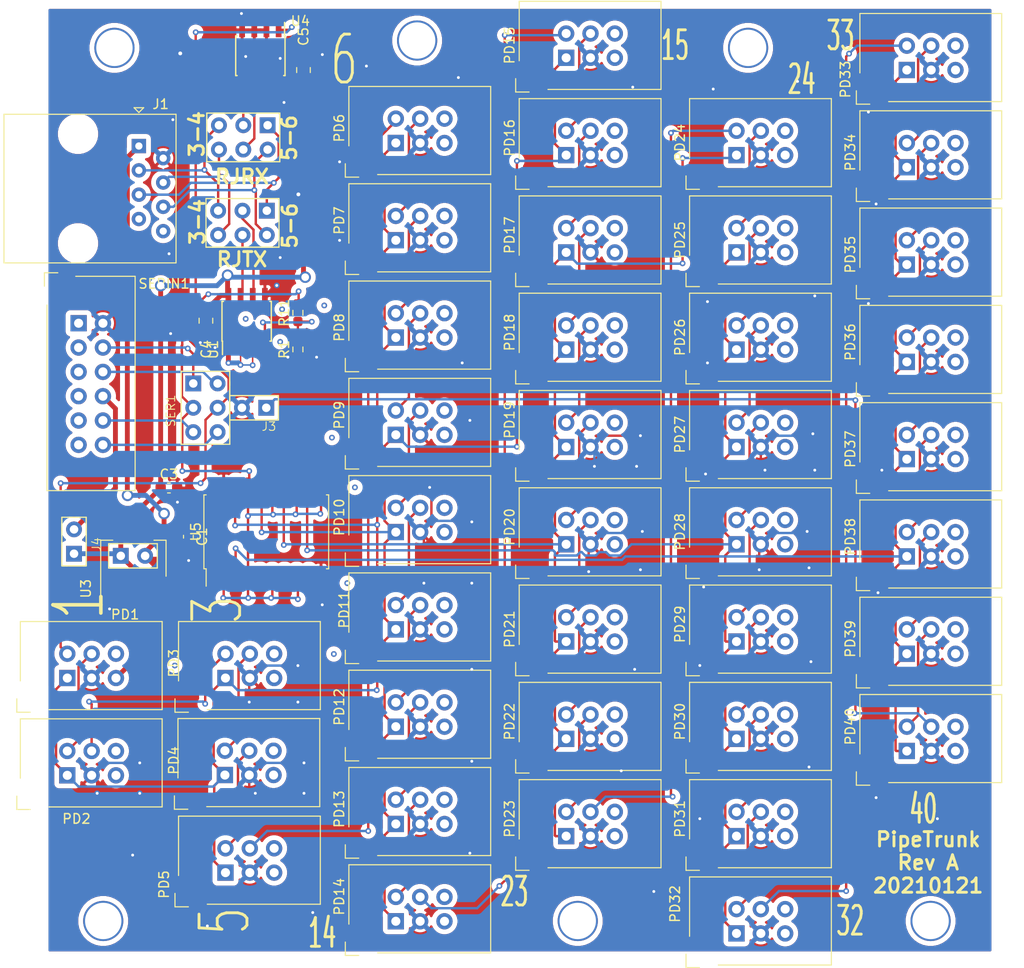
<source format=kicad_pcb>
(kicad_pcb (version 20171130) (host pcbnew "(5.1.7)-1")
  (layers (0 F.Cu signal) (31 B.Cu signal) (34 B.Paste user) (35 F.Paste user) (36 B.SilkS user) (37 F.SilkS user) (38 B.Mask user) (39 F.Mask user) (44 Edge.Cuts user))
  (net 0 "")
  (net 1 GND)
  (net 2 /5V)
  (net 3 "Net-(CHAN1-Pad1)")
  (net 4 "Net-(CHAN1-Pad2)")
  (net 5 "Net-(CHAN1-Pad4)")
  (net 6 "Net-(CHAN1-Pad5)")
  (net 7 "Net-(CHAN1-Pad6)")
  (net 8 "Net-(CHAN1-Pad3)")
  (net 9 "Net-(CHAN2-Pad2)")
  (net 10 "Net-(CHAN2-Pad5)")
  (net 11 "Net-(J4-Pad2)")
  (net 12 /SysTx0)
  (net 13 /Ch0TxOut)
  (net 14 "Net-(PD1-Pad4)")
  (net 15 "Net-(PD2-Pad4)")
  (net 16 "Net-(PD3-Pad4)")
  (net 17 "Net-(PD4-Pad4)")
  (net 18 "Net-(PD5-Pad4)")
  (net 19 "Net-(PD6-Pad4)")
  (net 20 "Net-(PD7-Pad4)")
  (net 21 /Ch0RxIn)
  (net 22 /SysTx1)
  (net 23 "Net-(PD10-Pad2)")
  (net 24 "Net-(PD10-Pad4)")
  (net 25 "Net-(PD11-Pad4)")
  (net 26 "Net-(PD12-Pad4)")
  (net 27 "Net-(PD13-Pad4)")
  (net 28 "Net-(PD14-Pad4)")
  (net 29 "Net-(PD15-Pad4)")
  (net 30 /Ch1RxIn)
  (net 31 /RX4)
  (net 32 /RX5)
  (net 33 /TX5)
  (net 34 /TX4)
  (net 35 /3V3)
  (net 36 "Net-(PD17-Pad4)")
  (net 37 /SysTx2)
  (net 38 "Net-(PD18-Pad4)")
  (net 39 "Net-(PD19-Pad4)")
  (net 40 "Net-(PD20-Pad4)")
  (net 41 "Net-(PD21-Pad4)")
  (net 42 "Net-(PD22-Pad4)")
  (net 43 "Net-(PD23-Pad4)")
  (net 44 /Ch2RxIn)
  (net 45 "Net-(R1-Pad2)")
  (net 46 "Net-(SER1-Pad2)")
  (net 47 /SysTx4)
  (net 48 /SysTx3)
  (net 49 /Ch4RxIn)
  (net 50 "Net-(PD25-Pad4)")
  (net 51 "Net-(PD26-Pad4)")
  (net 52 "Net-(PD27-Pad4)")
  (net 53 "Net-(PD28-Pad4)")
  (net 54 "Net-(PD29-Pad4)")
  (net 55 "Net-(PD30-Pad4)")
  (net 56 "Net-(PD31-Pad4)")
  (net 57 /Ch3RxIn)
  (net 58 "Net-(PD33-Pad4)")
  (net 59 "Net-(PD34-Pad4)")
  (net 60 "Net-(PD35-Pad4)")
  (net 61 "Net-(PD36-Pad4)")
  (net 62 "Net-(PD37-Pad4)")
  (net 63 "Net-(PD38-Pad4)")
  (net 64 "Net-(PD39-Pad4)")
  (module Capacitor_SMD:C_0603_1608Metric_Pad1.08x0.95mm_HandSolder (layer F.Cu) (at 56.388 86.868)
    (fp_text reference C3 (at 0 -1.43) (layer F.SilkS))
    (fp_text value C)
    (pad 2 smd roundrect (at 0.8625 0) (size 1.075 0.95) (layers F.Cu F.Paste F.Mask) (net 1 GND))
    (pad 1 smd roundrect (at -0.8625 0) (size 1.075 0.95) (layers F.Cu F.Paste F.Mask) (net 35 /3V3))
  )
  (module SeeedOPL-Connector-2016:H2-2.54 (layer F.Cu) (at 52.6316 93.9493 90)
    (fp_text reference J2 hide)
    (fp_text value Conn_01x02_Male hide)
    (pad 2 thru_hole circle (at 0 1.27 90) (size 1.651 1.651) (drill 0.889) (layers *.Cu *.Paste *.Mask) (net 2 /5V))
    (pad 1 thru_hole rect (at 0 -1.27 90) (size 1.651 1.651) (drill 0.889) (layers *.Cu *.Paste *.Mask) (net 35 /3V3))
  )
  (module SeeedOPL-Connector-2016:H2X3-2.54 (layer F.Cu) (at 64.066 59.172 270)
    (fp_text reference CHAN1 hide)
    (fp_text value JBlock hide)
    (pad 1 thru_hole rect (at -1.27 -2.54 270) (size 1.651 1.651) (drill 0.889) (layers *.Cu *.Mask) (net 3 "Net-(CHAN1-Pad1)"))
    (pad 2 thru_hole circle (at -1.27 0 270) (size 1.651 1.651) (drill 0.889) (layers *.Cu *.Mask) (net 4 "Net-(CHAN1-Pad2)"))
    (pad 3 thru_hole circle (at -1.27 2.54 270) (size 1.651 1.651) (drill 0.889) (layers *.Cu *.Mask) (net 8 "Net-(CHAN1-Pad3)"))
    (pad 4 thru_hole circle (at 1.27 2.54 270) (size 1.651 1.651) (drill 0.889) (layers *.Cu *.Mask) (net 5 "Net-(CHAN1-Pad4)"))
    (pad 5 thru_hole circle (at 1.27 0 270) (size 1.651 1.651) (drill 0.889) (layers *.Cu *.Mask) (net 6 "Net-(CHAN1-Pad5)"))
    (pad 6 thru_hole circle (at 1.27 -2.54 270) (size 1.651 1.651) (drill 0.889) (layers *.Cu *.Mask) (net 7 "Net-(CHAN1-Pad6)"))
  )
  (module Connector_RJ:RJ45_Amphenol_54602-x08_Horizontal (layer F.Cu) (at 53.25 51.15 270)
    (fp_text reference J1 (at -4.3759 -2.2744) (layer F.SilkS))
    (fp_text value RJ45)
    (pad "" np_thru_hole circle (at 10.16 6.35 270) (size 3.2 3.2) (drill 3.2) (layers *.Cu *.Mask))
    (pad "" np_thru_hole circle (at -1.27 6.35 270) (size 3.2 3.2) (drill 3.2) (layers *.Cu *.Mask))
    (pad 1 thru_hole rect (at 0 0 270) (size 1.5 1.5) (drill 0.76) (layers *.Cu *.Mask) (net 2 /5V))
    (pad 2 thru_hole circle (at 1.27 -2.54 270) (size 1.5 1.5) (drill 0.76) (layers *.Cu *.Mask) (net 1 GND))
    (pad 3 thru_hole circle (at 2.54 0 270) (size 1.5 1.5) (drill 0.76) (layers *.Cu *.Mask) (net 8 "Net-(CHAN1-Pad3)"))
    (pad 4 thru_hole circle (at 3.81 -2.54 270) (size 1.5 1.5) (drill 0.76) (layers *.Cu *.Mask) (net 5 "Net-(CHAN1-Pad4)"))
    (pad 5 thru_hole circle (at 5.08 0 270) (size 1.5 1.5) (drill 0.76) (layers *.Cu *.Mask) (net 3 "Net-(CHAN1-Pad1)"))
    (pad 6 thru_hole circle (at 6.35 -2.54 270) (size 1.5 1.5) (drill 0.76) (layers *.Cu *.Mask) (net 7 "Net-(CHAN1-Pad6)"))
    (pad 7 thru_hole circle (at 7.62 0 270) (size 1.5 1.5) (drill 0.76) (layers *.Cu *.Mask))
    (pad 8 thru_hole circle (at 8.89 -2.54 270) (size 1.5 1.5) (drill 0.76) (layers *.Cu *.Mask))
  )
  (module Package_SO:SOIC-8_3.9x4.9mm_P1.27mm (layer F.Cu) (at 64.5 69.45 90)
    (fp_text reference U1 (at -2.95 -3.5 270) (layer F.SilkS))
    (fp_text value ST485EBDR)
    (pad 1 smd rect (at -2.7 -1.905 90) (size 1.55 0.6) (layers F.Cu F.Paste F.Mask) (net 35 /3V3))
    (pad 2 smd rect (at -2.7 -0.635 90) (size 1.55 0.6) (layers F.Cu F.Paste F.Mask) (net 35 /3V3))
    (pad 3 smd rect (at -2.7 0.635 90) (size 1.55 0.6) (layers F.Cu F.Paste F.Mask) (net 35 /3V3))
    (pad 4 smd rect (at -2.7 1.905 90) (size 1.55 0.6) (layers F.Cu F.Paste F.Mask) (net 45 "Net-(R1-Pad2)"))
    (pad 5 smd rect (at 2.7 1.905 90) (size 1.55 0.6) (layers F.Cu F.Paste F.Mask) (net 1 GND))
    (pad 6 smd rect (at 2.7 0.635 90) (size 1.55 0.6) (layers F.Cu F.Paste F.Mask) (net 4 "Net-(CHAN1-Pad2)"))
    (pad 7 smd rect (at 2.7 -0.635 90) (size 1.55 0.6) (layers F.Cu F.Paste F.Mask) (net 6 "Net-(CHAN1-Pad5)"))
    (pad 8 smd rect (at 2.7 -1.905 90) (size 1.55 0.6) (layers F.Cu F.Paste F.Mask) (net 35 /3V3))
  )
  (module Package_TO_SOT_SMD:SOT-223-3_TabPin2 (layer F.Cu) (at 52.6766 94.2243 90)
    (fp_text reference U3 (at -3.15 -4.95 90) (layer F.SilkS))
    (fp_text value AP1117-33)
    (pad 2 smd rect (at 3.15 0 90) (size 2 3.8) (layers F.Cu F.Paste F.Mask) (net 35 /3V3))
    (pad 2 smd rect (at -3.15 0 90) (size 2 1.5) (layers F.Cu F.Paste F.Mask) (net 35 /3V3))
    (pad 3 smd rect (at -3.15 2.3 90) (size 2 1.5) (layers F.Cu F.Paste F.Mask) (net 2 /5V))
    (pad 1 smd rect (at -3.15 -2.3 90) (size 2 1.5) (layers F.Cu F.Paste F.Mask) (net 1 GND))
  )
  (module Capacitor_SMD:C_0805_2012Metric_Pad1.15x1.40mm_HandSolder (layer F.Cu) (at 60.2488 69.3928 270)
    (fp_text reference C4 (at 2.975 -0.025 90) (layer F.SilkS))
    (fp_text value C)
    (pad 1 smd roundrect (at -1.025 0 270) (size 1.15 1.4) (layers F.Cu F.Paste F.Mask) (roundrect_rratio 0.217391) (net 35 /3V3))
    (pad 2 smd roundrect (at 1.025 0 270) (size 1.15 1.4) (layers F.Cu F.Paste F.Mask) (roundrect_rratio 0.217391) (net 1 GND))
  )
  (module Capacitor_SMD:C_0805_2012Metric_Pad1.15x1.40mm_HandSolder (layer F.Cu) (at 70.432 43.216 90)
    (fp_text reference C5 (at 3.5 0 90) (layer F.SilkS))
    (fp_text value C)
    (pad 1 smd roundrect (at -1.025 0 90) (size 1.15 1.4) (layers F.Cu F.Paste F.Mask) (roundrect_rratio 0.217391) (net 35 /3V3))
    (pad 2 smd roundrect (at 1.025 0 90) (size 1.15 1.4) (layers F.Cu F.Paste F.Mask) (roundrect_rratio 0.217391) (net 1 GND))
  )
  (module SeeedOPL-Connector-2016:H2X3-2.54 (layer F.Cu) (at 64.15 50.25 270)
    (fp_text reference CHAN2 hide)
    (fp_text value JBlock hide)
    (pad 1 thru_hole rect (at -1.27 -2.54 270) (size 1.651 1.651) (drill 0.889) (layers *.Cu *.Mask) (net 3 "Net-(CHAN1-Pad1)"))
    (pad 2 thru_hole circle (at -1.27 0 270) (size 1.651 1.651) (drill 0.889) (layers *.Cu *.Mask) (net 9 "Net-(CHAN2-Pad2)"))
    (pad 3 thru_hole circle (at -1.27 2.54 270) (size 1.651 1.651) (drill 0.889) (layers *.Cu *.Mask) (net 8 "Net-(CHAN1-Pad3)"))
    (pad 4 thru_hole circle (at 1.27 2.54 270) (size 1.651 1.651) (drill 0.889) (layers *.Cu *.Mask) (net 5 "Net-(CHAN1-Pad4)"))
    (pad 5 thru_hole circle (at 1.27 0 270) (size 1.651 1.651) (drill 0.889) (layers *.Cu *.Mask) (net 10 "Net-(CHAN2-Pad5)"))
    (pad 6 thru_hole circle (at 1.27 -2.54 270) (size 1.651 1.651) (drill 0.889) (layers *.Cu *.Mask) (net 7 "Net-(CHAN1-Pad6)"))
  )
  (module Package_SO:SOIC-8_3.9x4.9mm_P1.27mm (layer F.Cu) (at 65.932 41.716 270)
    (fp_text reference U4 (at -3.616 -4.172) (layer F.SilkS))
    (fp_text value ST485EBDR)
    (pad 1 smd rect (at -2.7 -1.905 270) (size 1.55 0.6) (layers F.Cu F.Paste F.Mask) (net 46 "Net-(SER1-Pad2)"))
    (pad 2 smd rect (at -2.7 -0.635 270) (size 1.55 0.6) (layers F.Cu F.Paste F.Mask) (net 1 GND))
    (pad 3 smd rect (at -2.7 0.635 270) (size 1.55 0.6) (layers F.Cu F.Paste F.Mask) (net 1 GND))
    (pad 4 smd rect (at -2.7 1.905 270) (size 1.55 0.6) (layers F.Cu F.Paste F.Mask) (net 1 GND))
    (pad 5 smd rect (at 2.7 1.905 270) (size 1.55 0.6) (layers F.Cu F.Paste F.Mask) (net 1 GND))
    (pad 6 smd rect (at 2.7 0.635 270) (size 1.55 0.6) (layers F.Cu F.Paste F.Mask) (net 9 "Net-(CHAN2-Pad2)"))
    (pad 7 smd rect (at 2.7 -0.635 270) (size 1.55 0.6) (layers F.Cu F.Paste F.Mask) (net 10 "Net-(CHAN2-Pad5)"))
    (pad 8 smd rect (at 2.7 -1.905 270) (size 1.55 0.6) (layers F.Cu F.Paste F.Mask) (net 35 /3V3))
  )
  (module CLRConnector:H2-2.54 (layer F.Cu) (at 65.278 78.486 270)
    (fp_text reference J3 (at 1.95 -1.55) (layer F.SilkS) (effects (font (size 0.889 0.889) (thickness 0.1016))))
    (fp_text value Conn_01x02 hide)
    (pad 2 thru_hole circle (at 0 1.27 270) (size 1.651 1.651) (drill 0.889) (layers *.Cu *.Mask) (net 1 GND))
    (pad 1 thru_hole rect (at 0 -1.27 270) (size 1.651 1.651) (drill 0.889) (layers *.Cu *.Mask) (net 49 /Ch4RxIn))
  )
  (module SeeedOPL-Connector-2016:H2-2.54 (layer F.Cu) (at 46.482 92.456 180)
    (fp_text reference J4 (at -2.3495 -0.3175 90) (layer F.SilkS) (effects (font (size 0.889 0.889) (thickness 0.1016))))
    (fp_text value Conn_01x02_Male hide)
    (pad 1 thru_hole rect (at 0 -1.27 180) (size 1.651 1.651) (drill 0.889) (layers *.Cu *.Paste *.Mask) (net 35 /3V3))
    (pad 2 thru_hole circle (at 0 1.27 180) (size 1.651 1.651) (drill 0.889) (layers *.Cu *.Paste *.Mask) (net 11 "Net-(J4-Pad2)"))
  )
  (module CLRLibrary:RibbonCableSocket_6_OddEven (layer F.Cu) (at 55.88 105.41 90)
    (fp_text reference PD1 (at 5.334 -4.064) (layer F.SilkS))
    (fp_text value Conn_02x03_Odd_Even)
    (pad 1 thru_hole rect (at -1.3 -10.1 90) (size 1.7 1.7) (drill 0.95) (layers *.Cu *.Mask) (net 12 /SysTx0))
    (pad 3 thru_hole circle (at -1.3 -7.56 90) (size 1.7 1.7) (drill 0.95) (layers *.Cu *.Mask) (net 1 GND))
    (pad 5 thru_hole circle (at -1.3 -5.02 90) (size 1.7 1.7) (drill 0.95) (layers *.Cu *.Mask) (net 2 /5V))
    (pad 2 thru_hole circle (at 1.24 -10.1 90) (size 1.7 1.7) (drill 0.95) (layers *.Cu *.Mask) (net 13 /Ch0TxOut))
    (pad 4 thru_hole circle (at 1.24 -7.56 90) (size 1.7 1.7) (drill 0.95) (layers *.Cu *.Mask) (net 14 "Net-(PD1-Pad4)"))
    (pad 6 thru_hole circle (at 1.24 -5.02 90) (size 1.7 1.7) (drill 0.95) (layers *.Cu *.Mask))
  )
  (module CLRLibrary:RibbonCableSocket_6_OddEven (layer F.Cu) (at 55.88 115.57 90)
    (fp_text reference PD2 (at -5.842 -9.144) (layer F.SilkS))
    (fp_text value Conn_02x03_Odd_Even)
    (pad 6 thru_hole circle (at 1.24 -5.02 90) (size 1.7 1.7) (drill 0.95) (layers *.Cu *.Mask))
    (pad 4 thru_hole circle (at 1.24 -7.56 90) (size 1.7 1.7) (drill 0.95) (layers *.Cu *.Mask) (net 15 "Net-(PD2-Pad4)"))
    (pad 2 thru_hole circle (at 1.24 -10.1 90) (size 1.7 1.7) (drill 0.95) (layers *.Cu *.Mask) (net 14 "Net-(PD1-Pad4)"))
    (pad 5 thru_hole circle (at -1.3 -5.02 90) (size 1.7 1.7) (drill 0.95) (layers *.Cu *.Mask))
    (pad 3 thru_hole circle (at -1.3 -7.56 90) (size 1.7 1.7) (drill 0.95) (layers *.Cu *.Mask) (net 1 GND))
    (pad 1 thru_hole rect (at -1.3 -10.1 90) (size 1.7 1.7) (drill 0.95) (layers *.Cu *.Mask) (net 12 /SysTx0))
  )
  (module CLRLibrary:RibbonCableSocket_6_OddEven (layer F.Cu) (at 72.39 105.41 90)
    (fp_text reference PD3 (at 0.254 -15.494 90) (layer F.SilkS))
    (fp_text value Conn_02x03_Odd_Even)
    (pad 1 thru_hole rect (at -1.3 -10.1 90) (size 1.7 1.7) (drill 0.95) (layers *.Cu *.Mask) (net 12 /SysTx0))
    (pad 3 thru_hole circle (at -1.3 -7.56 90) (size 1.7 1.7) (drill 0.95) (layers *.Cu *.Mask) (net 1 GND))
    (pad 5 thru_hole circle (at -1.3 -5.02 90) (size 1.7 1.7) (drill 0.95) (layers *.Cu *.Mask))
    (pad 2 thru_hole circle (at 1.24 -10.1 90) (size 1.7 1.7) (drill 0.95) (layers *.Cu *.Mask) (net 15 "Net-(PD2-Pad4)"))
    (pad 4 thru_hole circle (at 1.24 -7.56 90) (size 1.7 1.7) (drill 0.95) (layers *.Cu *.Mask) (net 16 "Net-(PD3-Pad4)"))
    (pad 6 thru_hole circle (at 1.24 -5.02 90) (size 1.7 1.7) (drill 0.95) (layers *.Cu *.Mask))
  )
  (module CLRLibrary:RibbonCableSocket_6_OddEven (layer F.Cu) (at 72.33 115.54 90)
    (fp_text reference PD4 (at 0.224 -15.434 90) (layer F.SilkS))
    (fp_text value Conn_02x03_Odd_Even)
    (pad 6 thru_hole circle (at 1.24 -5.02 90) (size 1.7 1.7) (drill 0.95) (layers *.Cu *.Mask))
    (pad 4 thru_hole circle (at 1.24 -7.56 90) (size 1.7 1.7) (drill 0.95) (layers *.Cu *.Mask) (net 17 "Net-(PD4-Pad4)"))
    (pad 2 thru_hole circle (at 1.24 -10.1 90) (size 1.7 1.7) (drill 0.95) (layers *.Cu *.Mask) (net 16 "Net-(PD3-Pad4)"))
    (pad 5 thru_hole circle (at -1.3 -5.02 90) (size 1.7 1.7) (drill 0.95) (layers *.Cu *.Mask))
    (pad 3 thru_hole circle (at -1.3 -7.56 90) (size 1.7 1.7) (drill 0.95) (layers *.Cu *.Mask) (net 1 GND))
    (pad 1 thru_hole rect (at -1.3 -10.1 90) (size 1.7 1.7) (drill 0.95) (layers *.Cu *.Mask) (net 12 /SysTx0))
  )
  (module CLRLibrary:RibbonCableSocket_6_OddEven (layer F.Cu) (at 72.39 125.73 90)
    (fp_text reference PD5 (at -2.54 -16.51 90) (layer F.SilkS))
    (fp_text value Conn_02x03_Odd_Even)
    (pad 1 thru_hole rect (at -1.3 -10.1 90) (size 1.7 1.7) (drill 0.95) (layers *.Cu *.Mask) (net 12 /SysTx0))
    (pad 3 thru_hole circle (at -1.3 -7.56 90) (size 1.7 1.7) (drill 0.95) (layers *.Cu *.Mask) (net 1 GND))
    (pad 5 thru_hole circle (at -1.3 -5.02 90) (size 1.7 1.7) (drill 0.95) (layers *.Cu *.Mask))
    (pad 2 thru_hole circle (at 1.24 -10.1 90) (size 1.7 1.7) (drill 0.95) (layers *.Cu *.Mask) (net 17 "Net-(PD4-Pad4)"))
    (pad 4 thru_hole circle (at 1.24 -7.56 90) (size 1.7 1.7) (drill 0.95) (layers *.Cu *.Mask) (net 18 "Net-(PD5-Pad4)"))
    (pad 6 thru_hole circle (at 1.24 -5.02 90) (size 1.7 1.7) (drill 0.95) (layers *.Cu *.Mask))
  )
  (module CLRLibrary:RibbonCableSocket_6_OddEven (layer F.Cu) (at 90.17 49.53 90)
    (fp_text reference PD6 (at 0.254 -16.002 90) (layer F.SilkS))
    (fp_text value Conn_02x03_Odd_Even)
    (pad 6 thru_hole circle (at 1.24 -5.02 90) (size 1.7 1.7) (drill 0.95) (layers *.Cu *.Mask))
    (pad 4 thru_hole circle (at 1.24 -7.56 90) (size 1.7 1.7) (drill 0.95) (layers *.Cu *.Mask) (net 19 "Net-(PD6-Pad4)"))
    (pad 2 thru_hole circle (at 1.24 -10.1 90) (size 1.7 1.7) (drill 0.95) (layers *.Cu *.Mask) (net 18 "Net-(PD5-Pad4)"))
    (pad 5 thru_hole circle (at -1.3 -5.02 90) (size 1.7 1.7) (drill 0.95) (layers *.Cu *.Mask))
    (pad 3 thru_hole circle (at -1.3 -7.56 90) (size 1.7 1.7) (drill 0.95) (layers *.Cu *.Mask) (net 1 GND))
    (pad 1 thru_hole rect (at -1.3 -10.1 90) (size 1.7 1.7) (drill 0.95) (layers *.Cu *.Mask) (net 12 /SysTx0))
  )
  (module CLRLibrary:RibbonCableSocket_6_OddEven (layer F.Cu) (at 90.17 59.69 90)
    (fp_text reference PD7 (at 0.762 -16.002 90) (layer F.SilkS))
    (fp_text value Conn_02x03_Odd_Even)
    (pad 1 thru_hole rect (at -1.3 -10.1 90) (size 1.7 1.7) (drill 0.95) (layers *.Cu *.Mask) (net 12 /SysTx0))
    (pad 3 thru_hole circle (at -1.3 -7.56 90) (size 1.7 1.7) (drill 0.95) (layers *.Cu *.Mask) (net 1 GND))
    (pad 5 thru_hole circle (at -1.3 -5.02 90) (size 1.7 1.7) (drill 0.95) (layers *.Cu *.Mask))
    (pad 2 thru_hole circle (at 1.24 -10.1 90) (size 1.7 1.7) (drill 0.95) (layers *.Cu *.Mask) (net 19 "Net-(PD6-Pad4)"))
    (pad 4 thru_hole circle (at 1.24 -7.56 90) (size 1.7 1.7) (drill 0.95) (layers *.Cu *.Mask) (net 20 "Net-(PD7-Pad4)"))
    (pad 6 thru_hole circle (at 1.24 -5.02 90) (size 1.7 1.7) (drill 0.95) (layers *.Cu *.Mask))
  )
  (module CLRLibrary:RibbonCableSocket_6_OddEven (layer F.Cu) (at 90.17 69.85 90)
    (fp_text reference PD8 (at -0.254 -16.002 90) (layer F.SilkS))
    (fp_text value Conn_02x03_Odd_Even)
    (pad 6 thru_hole circle (at 1.24 -5.02 90) (size 1.7 1.7) (drill 0.95) (layers *.Cu *.Mask))
    (pad 4 thru_hole circle (at 1.24 -7.56 90) (size 1.7 1.7) (drill 0.95) (layers *.Cu *.Mask) (net 21 /Ch0RxIn))
    (pad 2 thru_hole circle (at 1.24 -10.1 90) (size 1.7 1.7) (drill 0.95) (layers *.Cu *.Mask) (net 20 "Net-(PD7-Pad4)"))
    (pad 5 thru_hole circle (at -1.3 -5.02 90) (size 1.7 1.7) (drill 0.95) (layers *.Cu *.Mask))
    (pad 3 thru_hole circle (at -1.3 -7.56 90) (size 1.7 1.7) (drill 0.95) (layers *.Cu *.Mask) (net 1 GND))
    (pad 1 thru_hole rect (at -1.3 -10.1 90) (size 1.7 1.7) (drill 0.95) (layers *.Cu *.Mask) (net 12 /SysTx0))
  )
  (module CLRLibrary:RibbonCableSocket_6_OddEven (layer F.Cu) (at 90.17 80.01 90)
    (fp_text reference PD9 (at 0.762 -16.002 90) (layer F.SilkS))
    (fp_text value Conn_02x03_Odd_Even)
    (pad 1 thru_hole rect (at -1.3 -10.1 90) (size 1.7 1.7) (drill 0.95) (layers *.Cu *.Mask) (net 22 /SysTx1))
    (pad 3 thru_hole circle (at -1.3 -7.56 90) (size 1.7 1.7) (drill 0.95) (layers *.Cu *.Mask) (net 1 GND))
    (pad 5 thru_hole circle (at -1.3 -5.02 90) (size 1.7 1.7) (drill 0.95) (layers *.Cu *.Mask))
    (pad 2 thru_hole circle (at 1.24 -10.1 90) (size 1.7 1.7) (drill 0.95) (layers *.Cu *.Mask) (net 21 /Ch0RxIn))
    (pad 4 thru_hole circle (at 1.24 -7.56 90) (size 1.7 1.7) (drill 0.95) (layers *.Cu *.Mask) (net 23 "Net-(PD10-Pad2)"))
    (pad 6 thru_hole circle (at 1.24 -5.02 90) (size 1.7 1.7) (drill 0.95) (layers *.Cu *.Mask))
  )
  (module CLRLibrary:RibbonCableSocket_6_OddEven (layer F.Cu) (at 90.17 90.17 90)
    (fp_text reference PD10 (at 0.254 -16.002 90) (layer F.SilkS))
    (fp_text value Conn_02x03_Odd_Even)
    (pad 6 thru_hole circle (at 1.24 -5.02 90) (size 1.7 1.7) (drill 0.95) (layers *.Cu *.Mask))
    (pad 4 thru_hole circle (at 1.24 -7.56 90) (size 1.7 1.7) (drill 0.95) (layers *.Cu *.Mask) (net 24 "Net-(PD10-Pad4)"))
    (pad 2 thru_hole circle (at 1.24 -10.1 90) (size 1.7 1.7) (drill 0.95) (layers *.Cu *.Mask) (net 23 "Net-(PD10-Pad2)"))
    (pad 5 thru_hole circle (at -1.3 -5.02 90) (size 1.7 1.7) (drill 0.95) (layers *.Cu *.Mask))
    (pad 3 thru_hole circle (at -1.3 -7.56 90) (size 1.7 1.7) (drill 0.95) (layers *.Cu *.Mask) (net 1 GND))
    (pad 1 thru_hole rect (at -1.3 -10.1 90) (size 1.7 1.7) (drill 0.95) (layers *.Cu *.Mask) (net 22 /SysTx1))
  )
  (module CLRLibrary:RibbonCableSocket_6_OddEven (layer F.Cu) (at 90.17 100.33 90)
    (fp_text reference PD11 (at 0.762 -15.494 90) (layer F.SilkS))
    (fp_text value Conn_02x03_Odd_Even)
    (pad 1 thru_hole rect (at -1.3 -10.1 90) (size 1.7 1.7) (drill 0.95) (layers *.Cu *.Mask) (net 22 /SysTx1))
    (pad 3 thru_hole circle (at -1.3 -7.56 90) (size 1.7 1.7) (drill 0.95) (layers *.Cu *.Mask) (net 1 GND))
    (pad 5 thru_hole circle (at -1.3 -5.02 90) (size 1.7 1.7) (drill 0.95) (layers *.Cu *.Mask))
    (pad 2 thru_hole circle (at 1.24 -10.1 90) (size 1.7 1.7) (drill 0.95) (layers *.Cu *.Mask) (net 24 "Net-(PD10-Pad4)"))
    (pad 4 thru_hole circle (at 1.24 -7.56 90) (size 1.7 1.7) (drill 0.95) (layers *.Cu *.Mask) (net 25 "Net-(PD11-Pad4)"))
    (pad 6 thru_hole circle (at 1.24 -5.02 90) (size 1.7 1.7) (drill 0.95) (layers *.Cu *.Mask))
  )
  (module CLRLibrary:RibbonCableSocket_6_OddEven (layer F.Cu) (at 90.17 110.49 90)
    (fp_text reference PD12 (at 0.762 -16.002 90) (layer F.SilkS))
    (fp_text value Conn_02x03_Odd_Even)
    (pad 6 thru_hole circle (at 1.24 -5.02 90) (size 1.7 1.7) (drill 0.95) (layers *.Cu *.Mask))
    (pad 4 thru_hole circle (at 1.24 -7.56 90) (size 1.7 1.7) (drill 0.95) (layers *.Cu *.Mask) (net 26 "Net-(PD12-Pad4)"))
    (pad 2 thru_hole circle (at 1.24 -10.1 90) (size 1.7 1.7) (drill 0.95) (layers *.Cu *.Mask) (net 25 "Net-(PD11-Pad4)"))
    (pad 5 thru_hole circle (at -1.3 -5.02 90) (size 1.7 1.7) (drill 0.95) (layers *.Cu *.Mask))
    (pad 3 thru_hole circle (at -1.3 -7.56 90) (size 1.7 1.7) (drill 0.95) (layers *.Cu *.Mask) (net 1 GND))
    (pad 1 thru_hole rect (at -1.3 -10.1 90) (size 1.7 1.7) (drill 0.95) (layers *.Cu *.Mask) (net 22 /SysTx1))
  )
  (module CLRLibrary:RibbonCableSocket_6_OddEven (layer F.Cu) (at 90.17 120.65 90)
    (fp_text reference PD13 (at 0.254 -16.002 90) (layer F.SilkS))
    (fp_text value Conn_02x03_Odd_Even)
    (pad 1 thru_hole rect (at -1.3 -10.1 90) (size 1.7 1.7) (drill 0.95) (layers *.Cu *.Mask) (net 22 /SysTx1))
    (pad 3 thru_hole circle (at -1.3 -7.56 90) (size 1.7 1.7) (drill 0.95) (layers *.Cu *.Mask) (net 1 GND))
    (pad 5 thru_hole circle (at -1.3 -5.02 90) (size 1.7 1.7) (drill 0.95) (layers *.Cu *.Mask))
    (pad 2 thru_hole circle (at 1.24 -10.1 90) (size 1.7 1.7) (drill 0.95) (layers *.Cu *.Mask) (net 26 "Net-(PD12-Pad4)"))
    (pad 4 thru_hole circle (at 1.24 -7.56 90) (size 1.7 1.7) (drill 0.95) (layers *.Cu *.Mask) (net 27 "Net-(PD13-Pad4)"))
    (pad 6 thru_hole circle (at 1.24 -5.02 90) (size 1.7 1.7) (drill 0.95) (layers *.Cu *.Mask))
  )
  (module CLRLibrary:RibbonCableSocket_6_OddEven (layer F.Cu) (at 90.17 130.81 90)
    (fp_text reference PD14 (at 1.27 -16.002 90) (layer F.SilkS))
    (fp_text value Conn_02x03_Odd_Even)
    (pad 6 thru_hole circle (at 1.24 -5.02 90) (size 1.7 1.7) (drill 0.95) (layers *.Cu *.Mask))
    (pad 4 thru_hole circle (at 1.24 -7.56 90) (size 1.7 1.7) (drill 0.95) (layers *.Cu *.Mask) (net 28 "Net-(PD14-Pad4)"))
    (pad 2 thru_hole circle (at 1.24 -10.1 90) (size 1.7 1.7) (drill 0.95) (layers *.Cu *.Mask) (net 27 "Net-(PD13-Pad4)"))
    (pad 5 thru_hole circle (at -1.3 -5.02 90) (size 1.7 1.7) (drill 0.95) (layers *.Cu *.Mask))
    (pad 3 thru_hole circle (at -1.3 -7.56 90) (size 1.7 1.7) (drill 0.95) (layers *.Cu *.Mask) (net 1 GND))
    (pad 1 thru_hole rect (at -1.3 -10.1 90) (size 1.7 1.7) (drill 0.95) (layers *.Cu *.Mask) (net 22 /SysTx1))
  )
  (module CLRLibrary:RibbonCableSocket_6_OddEven (layer F.Cu) (at 107.95 40.64 90)
    (fp_text reference PD15 (at 0 -16.002 90) (layer F.SilkS))
    (fp_text value Conn_02x03_Odd_Even)
    (pad 1 thru_hole rect (at -1.3 -10.1 90) (size 1.7 1.7) (drill 0.95) (layers *.Cu *.Mask) (net 22 /SysTx1))
    (pad 3 thru_hole circle (at -1.3 -7.56 90) (size 1.7 1.7) (drill 0.95) (layers *.Cu *.Mask) (net 1 GND))
    (pad 5 thru_hole circle (at -1.3 -5.02 90) (size 1.7 1.7) (drill 0.95) (layers *.Cu *.Mask))
    (pad 2 thru_hole circle (at 1.24 -10.1 90) (size 1.7 1.7) (drill 0.95) (layers *.Cu *.Mask) (net 28 "Net-(PD14-Pad4)"))
    (pad 4 thru_hole circle (at 1.24 -7.56 90) (size 1.7 1.7) (drill 0.95) (layers *.Cu *.Mask) (net 29 "Net-(PD15-Pad4)"))
    (pad 6 thru_hole circle (at 1.24 -5.02 90) (size 1.7 1.7) (drill 0.95) (layers *.Cu *.Mask))
  )
  (module CLRLibrary:RibbonCableSocket_6_OddEven (layer F.Cu) (at 107.95 50.8 90)
    (fp_text reference PD16 (at 0.508 -16.002 90) (layer F.SilkS))
    (fp_text value Conn_02x03_Odd_Even)
    (pad 6 thru_hole circle (at 1.24 -5.02 90) (size 1.7 1.7) (drill 0.95) (layers *.Cu *.Mask))
    (pad 4 thru_hole circle (at 1.24 -7.56 90) (size 1.7 1.7) (drill 0.95) (layers *.Cu *.Mask) (net 30 /Ch1RxIn))
    (pad 2 thru_hole circle (at 1.24 -10.1 90) (size 1.7 1.7) (drill 0.95) (layers *.Cu *.Mask) (net 29 "Net-(PD15-Pad4)"))
    (pad 5 thru_hole circle (at -1.3 -5.02 90) (size 1.7 1.7) (drill 0.95) (layers *.Cu *.Mask))
    (pad 3 thru_hole circle (at -1.3 -7.56 90) (size 1.7 1.7) (drill 0.95) (layers *.Cu *.Mask) (net 1 GND))
    (pad 1 thru_hole rect (at -1.3 -10.1 90) (size 1.7 1.7) (drill 0.95) (layers *.Cu *.Mask) (net 22 /SysTx1))
  )
  (module SeeedOPL-Connector-2016:H2X3-2.54 (layer F.Cu) (at 60.198 78.486)
    (fp_text reference SER1 (at -3.61696 0.3175 90) (layer F.SilkS) (effects (font (size 0.889 0.889) (thickness 0.1016))))
    (fp_text value JBlock hide)
    (pad 1 thru_hole rect (at -1.27 -2.54) (size 1.651 1.651) (drill 0.889) (layers *.Cu *.Mask) (net 31 /RX4))
    (pad 2 thru_hole circle (at -1.27 0) (size 1.651 1.651) (drill 0.889) (layers *.Cu *.Mask) (net 46 "Net-(SER1-Pad2)"))
    (pad 3 thru_hole circle (at -1.27 2.54) (size 1.651 1.651) (drill 0.889) (layers *.Cu *.Mask) (net 32 /RX5))
    (pad 4 thru_hole circle (at 1.27 2.54) (size 1.651 1.651) (drill 0.889) (layers *.Cu *.Mask) (net 33 /TX5))
    (pad 5 thru_hole circle (at 1.27 0) (size 1.651 1.651) (drill 0.889) (layers *.Cu *.Mask) (net 13 /Ch0TxOut))
    (pad 6 thru_hole circle (at 1.27 -2.54) (size 1.651 1.651) (drill 0.889) (layers *.Cu *.Mask) (net 34 /TX4))
  )
  (module CLRLibrary:RibbonCableSocket_12_OddEven (layer F.Cu) (at 48.26 79.756)
    (fp_text reference SERIN1 (at 7.62 -14.224 180) (layer F.SilkS))
    (fp_text value Conn_02x06_Odd_Even)
    (pad 12 thru_hole circle (at 1.24 2.6) (size 1.7 1.7) (drill 0.95) (layers *.Cu *.Mask) (net 33 /TX5))
    (pad 10 thru_hole circle (at 1.24 0.06) (size 1.7 1.7) (drill 0.95) (layers *.Cu *.Mask) (net 32 /RX5))
    (pad 8 thru_hole circle (at 1.24 -2.48) (size 1.7 1.7) (drill 0.95) (layers *.Cu *.Mask) (net 11 "Net-(J4-Pad2)"))
    (pad 6 thru_hole circle (at 1.24 -5.02) (size 1.7 1.7) (drill 0.95) (layers *.Cu *.Mask) (net 34 /TX4))
    (pad 4 thru_hole circle (at 1.24 -7.56) (size 1.7 1.7) (drill 0.95) (layers *.Cu *.Mask) (net 31 /RX4))
    (pad 2 thru_hole circle (at 1.24 -10.1) (size 1.7 1.7) (drill 0.95) (layers *.Cu *.Mask) (net 1 GND))
    (pad 11 thru_hole circle (at -1.3 2.6) (size 1.7 1.7) (drill 0.95) (layers *.Cu *.Mask))
    (pad 9 thru_hole circle (at -1.3 0.06) (size 1.7 1.7) (drill 0.95) (layers *.Cu *.Mask))
    (pad 7 thru_hole circle (at -1.3 -2.48) (size 1.7 1.7) (drill 0.95) (layers *.Cu *.Mask))
    (pad 5 thru_hole circle (at -1.3 -5.02) (size 1.7 1.7) (drill 0.95) (layers *.Cu *.Mask))
    (pad 3 thru_hole circle (at -1.3 -7.56) (size 1.7 1.7) (drill 0.95) (layers *.Cu *.Mask))
    (pad 1 thru_hole rect (at -1.3 -10.1) (size 1.7 1.7) (drill 0.95) (layers *.Cu *.Mask))
  )
  (module CLRLibrary:RibbonCableSocket_6_OddEven (layer F.Cu) (at 107.95 60.96 90)
    (fp_text reference PD17 (at 0.508 -16.002 90) (layer F.SilkS))
    (fp_text value Conn_02x03_Odd_Even)
    (pad 6 thru_hole circle (at 1.24 -5.02 90) (size 1.7 1.7) (drill 0.95) (layers *.Cu *.Mask))
    (pad 4 thru_hole circle (at 1.24 -7.56 90) (size 1.7 1.7) (drill 0.95) (layers *.Cu *.Mask) (net 36 "Net-(PD17-Pad4)"))
    (pad 2 thru_hole circle (at 1.24 -10.1 90) (size 1.7 1.7) (drill 0.95) (layers *.Cu *.Mask) (net 30 /Ch1RxIn))
    (pad 5 thru_hole circle (at -1.3 -5.02 90) (size 1.7 1.7) (drill 0.95) (layers *.Cu *.Mask))
    (pad 3 thru_hole circle (at -1.3 -7.56 90) (size 1.7 1.7) (drill 0.95) (layers *.Cu *.Mask) (net 1 GND))
    (pad 1 thru_hole rect (at -1.3 -10.1 90) (size 1.7 1.7) (drill 0.95) (layers *.Cu *.Mask) (net 37 /SysTx2))
  )
  (module CLRLibrary:RibbonCableSocket_6_OddEven (layer F.Cu) (at 107.95 71.12 90)
    (fp_text reference PD18 (at 0.508 -16.002 90) (layer F.SilkS))
    (fp_text value Conn_02x03_Odd_Even)
    (pad 1 thru_hole rect (at -1.3 -10.1 90) (size 1.7 1.7) (drill 0.95) (layers *.Cu *.Mask) (net 37 /SysTx2))
    (pad 3 thru_hole circle (at -1.3 -7.56 90) (size 1.7 1.7) (drill 0.95) (layers *.Cu *.Mask) (net 1 GND))
    (pad 5 thru_hole circle (at -1.3 -5.02 90) (size 1.7 1.7) (drill 0.95) (layers *.Cu *.Mask))
    (pad 2 thru_hole circle (at 1.24 -10.1 90) (size 1.7 1.7) (drill 0.95) (layers *.Cu *.Mask) (net 36 "Net-(PD17-Pad4)"))
    (pad 4 thru_hole circle (at 1.24 -7.56 90) (size 1.7 1.7) (drill 0.95) (layers *.Cu *.Mask) (net 38 "Net-(PD18-Pad4)"))
    (pad 6 thru_hole circle (at 1.24 -5.02 90) (size 1.7 1.7) (drill 0.95) (layers *.Cu *.Mask))
  )
  (module CLRLibrary:RibbonCableSocket_6_OddEven (layer F.Cu) (at 107.95 81.28 90)
    (fp_text reference PD19 (at 1.524 -16.002 90) (layer F.SilkS))
    (fp_text value Conn_02x03_Odd_Even)
    (pad 6 thru_hole circle (at 1.24 -5.02 90) (size 1.7 1.7) (drill 0.95) (layers *.Cu *.Mask))
    (pad 4 thru_hole circle (at 1.24 -7.56 90) (size 1.7 1.7) (drill 0.95) (layers *.Cu *.Mask) (net 39 "Net-(PD19-Pad4)"))
    (pad 2 thru_hole circle (at 1.24 -10.1 90) (size 1.7 1.7) (drill 0.95) (layers *.Cu *.Mask) (net 38 "Net-(PD18-Pad4)"))
    (pad 5 thru_hole circle (at -1.3 -5.02 90) (size 1.7 1.7) (drill 0.95) (layers *.Cu *.Mask))
    (pad 3 thru_hole circle (at -1.3 -7.56 90) (size 1.7 1.7) (drill 0.95) (layers *.Cu *.Mask) (net 1 GND))
    (pad 1 thru_hole rect (at -1.3 -10.1 90) (size 1.7 1.7) (drill 0.95) (layers *.Cu *.Mask) (net 37 /SysTx2))
  )
  (module CLRLibrary:RibbonCableSocket_6_OddEven (layer F.Cu) (at 107.95 91.44 90)
    (fp_text reference PD20 (at 0.508 -16.002 90) (layer F.SilkS))
    (fp_text value Conn_02x03_Odd_Even)
    (pad 1 thru_hole rect (at -1.3 -10.1 90) (size 1.7 1.7) (drill 0.95) (layers *.Cu *.Mask) (net 37 /SysTx2))
    (pad 3 thru_hole circle (at -1.3 -7.56 90) (size 1.7 1.7) (drill 0.95) (layers *.Cu *.Mask) (net 1 GND))
    (pad 5 thru_hole circle (at -1.3 -5.02 90) (size 1.7 1.7) (drill 0.95) (layers *.Cu *.Mask))
    (pad 2 thru_hole circle (at 1.24 -10.1 90) (size 1.7 1.7) (drill 0.95) (layers *.Cu *.Mask) (net 39 "Net-(PD19-Pad4)"))
    (pad 4 thru_hole circle (at 1.24 -7.56 90) (size 1.7 1.7) (drill 0.95) (layers *.Cu *.Mask) (net 40 "Net-(PD20-Pad4)"))
    (pad 6 thru_hole circle (at 1.24 -5.02 90) (size 1.7 1.7) (drill 0.95) (layers *.Cu *.Mask))
  )
  (module CLRLibrary:RibbonCableSocket_6_OddEven (layer F.Cu) (at 107.95 101.6 90)
    (fp_text reference PD21 (at 0 -16.002 90) (layer F.SilkS))
    (fp_text value Conn_02x03_Odd_Even)
    (pad 6 thru_hole circle (at 1.24 -5.02 90) (size 1.7 1.7) (drill 0.95) (layers *.Cu *.Mask))
    (pad 4 thru_hole circle (at 1.24 -7.56 90) (size 1.7 1.7) (drill 0.95) (layers *.Cu *.Mask) (net 41 "Net-(PD21-Pad4)"))
    (pad 2 thru_hole circle (at 1.24 -10.1 90) (size 1.7 1.7) (drill 0.95) (layers *.Cu *.Mask) (net 40 "Net-(PD20-Pad4)"))
    (pad 5 thru_hole circle (at -1.3 -5.02 90) (size 1.7 1.7) (drill 0.95) (layers *.Cu *.Mask))
    (pad 3 thru_hole circle (at -1.3 -7.56 90) (size 1.7 1.7) (drill 0.95) (layers *.Cu *.Mask) (net 1 GND))
    (pad 1 thru_hole rect (at -1.3 -10.1 90) (size 1.7 1.7) (drill 0.95) (layers *.Cu *.Mask) (net 37 /SysTx2))
  )
  (module CLRLibrary:RibbonCableSocket_6_OddEven (layer F.Cu) (at 107.95 111.76 90)
    (fp_text reference PD22 (at 0.508 -16.002 90) (layer F.SilkS))
    (fp_text value Conn_02x03_Odd_Even)
    (pad 1 thru_hole rect (at -1.3 -10.1 90) (size 1.7 1.7) (drill 0.95) (layers *.Cu *.Mask) (net 37 /SysTx2))
    (pad 3 thru_hole circle (at -1.3 -7.56 90) (size 1.7 1.7) (drill 0.95) (layers *.Cu *.Mask) (net 1 GND))
    (pad 5 thru_hole circle (at -1.3 -5.02 90) (size 1.7 1.7) (drill 0.95) (layers *.Cu *.Mask))
    (pad 2 thru_hole circle (at 1.24 -10.1 90) (size 1.7 1.7) (drill 0.95) (layers *.Cu *.Mask) (net 41 "Net-(PD21-Pad4)"))
    (pad 4 thru_hole circle (at 1.24 -7.56 90) (size 1.7 1.7) (drill 0.95) (layers *.Cu *.Mask) (net 42 "Net-(PD22-Pad4)"))
    (pad 6 thru_hole circle (at 1.24 -5.02 90) (size 1.7 1.7) (drill 0.95) (layers *.Cu *.Mask))
  )
  (module CLRLibrary:RibbonCableSocket_6_OddEven (layer F.Cu) (at 107.95 121.92 90)
    (fp_text reference PD23 (at 0.508 -16.002 90) (layer F.SilkS))
    (fp_text value Conn_02x03_Odd_Even)
    (pad 6 thru_hole circle (at 1.24 -5.02 90) (size 1.7 1.7) (drill 0.95) (layers *.Cu *.Mask))
    (pad 4 thru_hole circle (at 1.24 -7.56 90) (size 1.7 1.7) (drill 0.95) (layers *.Cu *.Mask) (net 43 "Net-(PD23-Pad4)"))
    (pad 2 thru_hole circle (at 1.24 -10.1 90) (size 1.7 1.7) (drill 0.95) (layers *.Cu *.Mask) (net 42 "Net-(PD22-Pad4)"))
    (pad 5 thru_hole circle (at -1.3 -5.02 90) (size 1.7 1.7) (drill 0.95) (layers *.Cu *.Mask))
    (pad 3 thru_hole circle (at -1.3 -7.56 90) (size 1.7 1.7) (drill 0.95) (layers *.Cu *.Mask) (net 1 GND))
    (pad 1 thru_hole rect (at -1.3 -10.1 90) (size 1.7 1.7) (drill 0.95) (layers *.Cu *.Mask) (net 37 /SysTx2))
  )
  (module CLRLibrary:RibbonCableSocket_6_OddEven (layer F.Cu) (at 125.73 50.8 90)
    (fp_text reference PD24 (at 0 -16.002 90) (layer F.SilkS))
    (fp_text value Conn_02x03_Odd_Even)
    (pad 1 thru_hole rect (at -1.3 -10.1 90) (size 1.7 1.7) (drill 0.95) (layers *.Cu *.Mask) (net 37 /SysTx2))
    (pad 3 thru_hole circle (at -1.3 -7.56 90) (size 1.7 1.7) (drill 0.95) (layers *.Cu *.Mask) (net 1 GND))
    (pad 5 thru_hole circle (at -1.3 -5.02 90) (size 1.7 1.7) (drill 0.95) (layers *.Cu *.Mask))
    (pad 2 thru_hole circle (at 1.24 -10.1 90) (size 1.7 1.7) (drill 0.95) (layers *.Cu *.Mask) (net 43 "Net-(PD23-Pad4)"))
    (pad 4 thru_hole circle (at 1.24 -7.56 90) (size 1.7 1.7) (drill 0.95) (layers *.Cu *.Mask) (net 44 /Ch2RxIn))
    (pad 6 thru_hole circle (at 1.24 -5.02 90) (size 1.7 1.7) (drill 0.95) (layers *.Cu *.Mask))
  )
  (module CLRLibrary:RibbonCableSocket_6_OddEven (layer F.Cu) (at 125.73 60.96 90)
    (fp_text reference PD25 (at 0 -16.002 90) (layer F.SilkS))
    (fp_text value Conn_02x03_Odd_Even)
    (pad 6 thru_hole circle (at 1.24 -5.02 90) (size 1.7 1.7) (drill 0.95) (layers *.Cu *.Mask))
    (pad 4 thru_hole circle (at 1.24 -7.56 90) (size 1.7 1.7) (drill 0.95) (layers *.Cu *.Mask) (net 50 "Net-(PD25-Pad4)"))
    (pad 2 thru_hole circle (at 1.24 -10.1 90) (size 1.7 1.7) (drill 0.95) (layers *.Cu *.Mask) (net 44 /Ch2RxIn))
    (pad 5 thru_hole circle (at -1.3 -5.02 90) (size 1.7 1.7) (drill 0.95) (layers *.Cu *.Mask))
    (pad 3 thru_hole circle (at -1.3 -7.56 90) (size 1.7 1.7) (drill 0.95) (layers *.Cu *.Mask) (net 1 GND))
    (pad 1 thru_hole rect (at -1.3 -10.1 90) (size 1.7 1.7) (drill 0.95) (layers *.Cu *.Mask) (net 48 /SysTx3))
  )
  (module CLRLibrary:RibbonCableSocket_6_OddEven (layer F.Cu) (at 125.73 71.12 90)
    (fp_text reference PD26 (at 0 -16.002 90) (layer F.SilkS))
    (fp_text value Conn_02x03_Odd_Even)
    (pad 1 thru_hole rect (at -1.3 -10.1 90) (size 1.7 1.7) (drill 0.95) (layers *.Cu *.Mask) (net 48 /SysTx3))
    (pad 3 thru_hole circle (at -1.3 -7.56 90) (size 1.7 1.7) (drill 0.95) (layers *.Cu *.Mask) (net 1 GND))
    (pad 5 thru_hole circle (at -1.3 -5.02 90) (size 1.7 1.7) (drill 0.95) (layers *.Cu *.Mask))
    (pad 2 thru_hole circle (at 1.24 -10.1 90) (size 1.7 1.7) (drill 0.95) (layers *.Cu *.Mask) (net 50 "Net-(PD25-Pad4)"))
    (pad 4 thru_hole circle (at 1.24 -7.56 90) (size 1.7 1.7) (drill 0.95) (layers *.Cu *.Mask) (net 51 "Net-(PD26-Pad4)"))
    (pad 6 thru_hole circle (at 1.24 -5.02 90) (size 1.7 1.7) (drill 0.95) (layers *.Cu *.Mask))
  )
  (module CLRLibrary:RibbonCableSocket_6_OddEven (layer F.Cu) (at 125.73 81.28 90)
    (fp_text reference PD27 (at 0 -16.002 90) (layer F.SilkS))
    (fp_text value Conn_02x03_Odd_Even)
    (pad 6 thru_hole circle (at 1.24 -5.02 90) (size 1.7 1.7) (drill 0.95) (layers *.Cu *.Mask))
    (pad 4 thru_hole circle (at 1.24 -7.56 90) (size 1.7 1.7) (drill 0.95) (layers *.Cu *.Mask) (net 52 "Net-(PD27-Pad4)"))
    (pad 2 thru_hole circle (at 1.24 -10.1 90) (size 1.7 1.7) (drill 0.95) (layers *.Cu *.Mask) (net 51 "Net-(PD26-Pad4)"))
    (pad 5 thru_hole circle (at -1.3 -5.02 90) (size 1.7 1.7) (drill 0.95) (layers *.Cu *.Mask))
    (pad 3 thru_hole circle (at -1.3 -7.56 90) (size 1.7 1.7) (drill 0.95) (layers *.Cu *.Mask) (net 1 GND))
    (pad 1 thru_hole rect (at -1.3 -10.1 90) (size 1.7 1.7) (drill 0.95) (layers *.Cu *.Mask) (net 48 /SysTx3))
  )
  (module CLRLibrary:RibbonCableSocket_6_OddEven (layer F.Cu) (at 125.73 91.44 90)
    (fp_text reference PD28 (at 0 -16.002 90) (layer F.SilkS))
    (fp_text value Conn_02x03_Odd_Even)
    (pad 1 thru_hole rect (at -1.3 -10.1 90) (size 1.7 1.7) (drill 0.95) (layers *.Cu *.Mask) (net 48 /SysTx3))
    (pad 3 thru_hole circle (at -1.3 -7.56 90) (size 1.7 1.7) (drill 0.95) (layers *.Cu *.Mask) (net 1 GND))
    (pad 5 thru_hole circle (at -1.3 -5.02 90) (size 1.7 1.7) (drill 0.95) (layers *.Cu *.Mask))
    (pad 2 thru_hole circle (at 1.24 -10.1 90) (size 1.7 1.7) (drill 0.95) (layers *.Cu *.Mask) (net 52 "Net-(PD27-Pad4)"))
    (pad 4 thru_hole circle (at 1.24 -7.56 90) (size 1.7 1.7) (drill 0.95) (layers *.Cu *.Mask) (net 53 "Net-(PD28-Pad4)"))
    (pad 6 thru_hole circle (at 1.24 -5.02 90) (size 1.7 1.7) (drill 0.95) (layers *.Cu *.Mask))
  )
  (module CLRLibrary:RibbonCableSocket_6_OddEven (layer F.Cu) (at 125.73 101.6 90)
    (fp_text reference PD29 (at 0.508 -16.002 90) (layer F.SilkS))
    (fp_text value Conn_02x03_Odd_Even)
    (pad 6 thru_hole circle (at 1.24 -5.02 90) (size 1.7 1.7) (drill 0.95) (layers *.Cu *.Mask))
    (pad 4 thru_hole circle (at 1.24 -7.56 90) (size 1.7 1.7) (drill 0.95) (layers *.Cu *.Mask) (net 54 "Net-(PD29-Pad4)"))
    (pad 2 thru_hole circle (at 1.24 -10.1 90) (size 1.7 1.7) (drill 0.95) (layers *.Cu *.Mask) (net 53 "Net-(PD28-Pad4)"))
    (pad 5 thru_hole circle (at -1.3 -5.02 90) (size 1.7 1.7) (drill 0.95) (layers *.Cu *.Mask))
    (pad 3 thru_hole circle (at -1.3 -7.56 90) (size 1.7 1.7) (drill 0.95) (layers *.Cu *.Mask) (net 1 GND))
    (pad 1 thru_hole rect (at -1.3 -10.1 90) (size 1.7 1.7) (drill 0.95) (layers *.Cu *.Mask) (net 48 /SysTx3))
  )
  (module CLRLibrary:RibbonCableSocket_6_OddEven (layer F.Cu) (at 125.73 111.76 90)
    (fp_text reference PD30 (at 0.508 -16.002 90) (layer F.SilkS))
    (fp_text value Conn_02x03_Odd_Even)
    (pad 1 thru_hole rect (at -1.3 -10.1 90) (size 1.7 1.7) (drill 0.95) (layers *.Cu *.Mask) (net 48 /SysTx3))
    (pad 3 thru_hole circle (at -1.3 -7.56 90) (size 1.7 1.7) (drill 0.95) (layers *.Cu *.Mask) (net 1 GND))
    (pad 5 thru_hole circle (at -1.3 -5.02 90) (size 1.7 1.7) (drill 0.95) (layers *.Cu *.Mask))
    (pad 2 thru_hole circle (at 1.24 -10.1 90) (size 1.7 1.7) (drill 0.95) (layers *.Cu *.Mask) (net 54 "Net-(PD29-Pad4)"))
    (pad 4 thru_hole circle (at 1.24 -7.56 90) (size 1.7 1.7) (drill 0.95) (layers *.Cu *.Mask) (net 55 "Net-(PD30-Pad4)"))
    (pad 6 thru_hole circle (at 1.24 -5.02 90) (size 1.7 1.7) (drill 0.95) (layers *.Cu *.Mask))
  )
  (module CLRLibrary:RibbonCableSocket_6_OddEven (layer F.Cu) (at 125.73 121.92 90)
    (fp_text reference PD31 (at 0.508 -16.002 90) (layer F.SilkS))
    (fp_text value Conn_02x03_Odd_Even)
    (pad 6 thru_hole circle (at 1.24 -5.02 90) (size 1.7 1.7) (drill 0.95) (layers *.Cu *.Mask))
    (pad 4 thru_hole circle (at 1.24 -7.56 90) (size 1.7 1.7) (drill 0.95) (layers *.Cu *.Mask) (net 56 "Net-(PD31-Pad4)"))
    (pad 2 thru_hole circle (at 1.24 -10.1 90) (size 1.7 1.7) (drill 0.95) (layers *.Cu *.Mask) (net 55 "Net-(PD30-Pad4)"))
    (pad 5 thru_hole circle (at -1.3 -5.02 90) (size 1.7 1.7) (drill 0.95) (layers *.Cu *.Mask))
    (pad 3 thru_hole circle (at -1.3 -7.56 90) (size 1.7 1.7) (drill 0.95) (layers *.Cu *.Mask) (net 1 GND))
    (pad 1 thru_hole rect (at -1.3 -10.1 90) (size 1.7 1.7) (drill 0.95) (layers *.Cu *.Mask) (net 48 /SysTx3))
  )
  (module CLRLibrary:RibbonCableSocket_6_OddEven (layer F.Cu) (at 125.73 132.08 90)
    (fp_text reference PD32 (at 1.778 -16.51 90) (layer F.SilkS))
    (fp_text value Conn_02x03_Odd_Even)
    (pad 1 thru_hole rect (at -1.3 -10.1 90) (size 1.7 1.7) (drill 0.95) (layers *.Cu *.Mask) (net 48 /SysTx3))
    (pad 3 thru_hole circle (at -1.3 -7.56 90) (size 1.7 1.7) (drill 0.95) (layers *.Cu *.Mask) (net 1 GND))
    (pad 5 thru_hole circle (at -1.3 -5.02 90) (size 1.7 1.7) (drill 0.95) (layers *.Cu *.Mask))
    (pad 2 thru_hole circle (at 1.24 -10.1 90) (size 1.7 1.7) (drill 0.95) (layers *.Cu *.Mask) (net 56 "Net-(PD31-Pad4)"))
    (pad 4 thru_hole circle (at 1.24 -7.56 90) (size 1.7 1.7) (drill 0.95) (layers *.Cu *.Mask) (net 57 /Ch3RxIn))
    (pad 6 thru_hole circle (at 1.24 -5.02 90) (size 1.7 1.7) (drill 0.95) (layers *.Cu *.Mask))
  )
  (module CLRLibrary:RibbonCableSocket_6_OddEven (layer F.Cu) (at 143.51 41.91 90)
    (fp_text reference PD33 (at -2.286 -16.51 90) (layer F.SilkS))
    (fp_text value Conn_02x03_Odd_Even)
    (pad 6 thru_hole circle (at 1.24 -5.02 90) (size 1.7 1.7) (drill 0.95) (layers *.Cu *.Mask))
    (pad 4 thru_hole circle (at 1.24 -7.56 90) (size 1.7 1.7) (drill 0.95) (layers *.Cu *.Mask) (net 58 "Net-(PD33-Pad4)"))
    (pad 2 thru_hole circle (at 1.24 -10.1 90) (size 1.7 1.7) (drill 0.95) (layers *.Cu *.Mask) (net 57 /Ch3RxIn))
    (pad 5 thru_hole circle (at -1.3 -5.02 90) (size 1.7 1.7) (drill 0.95) (layers *.Cu *.Mask))
    (pad 3 thru_hole circle (at -1.3 -7.56 90) (size 1.7 1.7) (drill 0.95) (layers *.Cu *.Mask) (net 1 GND))
    (pad 1 thru_hole rect (at -1.3 -10.1 90) (size 1.7 1.7) (drill 0.95) (layers *.Cu *.Mask) (net 47 /SysTx4))
  )
  (module CLRLibrary:RibbonCableSocket_6_OddEven (layer F.Cu) (at 143.51 52.07 90)
    (fp_text reference PD34 (at 0.254 -16.002 90) (layer F.SilkS))
    (fp_text value Conn_02x03_Odd_Even)
    (pad 1 thru_hole rect (at -1.3 -10.1 90) (size 1.7 1.7) (drill 0.95) (layers *.Cu *.Mask) (net 47 /SysTx4))
    (pad 3 thru_hole circle (at -1.3 -7.56 90) (size 1.7 1.7) (drill 0.95) (layers *.Cu *.Mask) (net 1 GND))
    (pad 5 thru_hole circle (at -1.3 -5.02 90) (size 1.7 1.7) (drill 0.95) (layers *.Cu *.Mask))
    (pad 2 thru_hole circle (at 1.24 -10.1 90) (size 1.7 1.7) (drill 0.95) (layers *.Cu *.Mask) (net 58 "Net-(PD33-Pad4)"))
    (pad 4 thru_hole circle (at 1.24 -7.56 90) (size 1.7 1.7) (drill 0.95) (layers *.Cu *.Mask) (net 59 "Net-(PD34-Pad4)"))
    (pad 6 thru_hole circle (at 1.24 -5.02 90) (size 1.7 1.7) (drill 0.95) (layers *.Cu *.Mask))
  )
  (module CLRLibrary:RibbonCableSocket_6_OddEven (layer F.Cu) (at 143.51 62.23 90)
    (fp_text reference PD35 (at -0.254 -16.002 90) (layer F.SilkS))
    (fp_text value Conn_02x03_Odd_Even)
    (pad 6 thru_hole circle (at 1.24 -5.02 90) (size 1.7 1.7) (drill 0.95) (layers *.Cu *.Mask))
    (pad 4 thru_hole circle (at 1.24 -7.56 90) (size 1.7 1.7) (drill 0.95) (layers *.Cu *.Mask) (net 60 "Net-(PD35-Pad4)"))
    (pad 2 thru_hole circle (at 1.24 -10.1 90) (size 1.7 1.7) (drill 0.95) (layers *.Cu *.Mask) (net 59 "Net-(PD34-Pad4)"))
    (pad 5 thru_hole circle (at -1.3 -5.02 90) (size 1.7 1.7) (drill 0.95) (layers *.Cu *.Mask))
    (pad 3 thru_hole circle (at -1.3 -7.56 90) (size 1.7 1.7) (drill 0.95) (layers *.Cu *.Mask) (net 1 GND))
    (pad 1 thru_hole rect (at -1.3 -10.1 90) (size 1.7 1.7) (drill 0.95) (layers *.Cu *.Mask) (net 47 /SysTx4))
  )
  (module CLRLibrary:RibbonCableSocket_6_OddEven (layer F.Cu) (at 143.51 72.39 90)
    (fp_text reference PD36 (at 0.762 -16.002 90) (layer F.SilkS))
    (fp_text value Conn_02x03_Odd_Even)
    (pad 1 thru_hole rect (at -1.3 -10.1 90) (size 1.7 1.7) (drill 0.95) (layers *.Cu *.Mask) (net 47 /SysTx4))
    (pad 3 thru_hole circle (at -1.3 -7.56 90) (size 1.7 1.7) (drill 0.95) (layers *.Cu *.Mask) (net 1 GND))
    (pad 5 thru_hole circle (at -1.3 -5.02 90) (size 1.7 1.7) (drill 0.95) (layers *.Cu *.Mask))
    (pad 2 thru_hole circle (at 1.24 -10.1 90) (size 1.7 1.7) (drill 0.95) (layers *.Cu *.Mask) (net 60 "Net-(PD35-Pad4)"))
    (pad 4 thru_hole circle (at 1.24 -7.56 90) (size 1.7 1.7) (drill 0.95) (layers *.Cu *.Mask) (net 61 "Net-(PD36-Pad4)"))
    (pad 6 thru_hole circle (at 1.24 -5.02 90) (size 1.7 1.7) (drill 0.95) (layers *.Cu *.Mask))
  )
  (module CLRLibrary:RibbonCableSocket_6_OddEven (layer F.Cu) (at 143.51 82.55 90)
    (fp_text reference PD37 (at -0.254 -16.002 90) (layer F.SilkS))
    (fp_text value Conn_02x03_Odd_Even)
    (pad 6 thru_hole circle (at 1.24 -5.02 90) (size 1.7 1.7) (drill 0.95) (layers *.Cu *.Mask))
    (pad 4 thru_hole circle (at 1.24 -7.56 90) (size 1.7 1.7) (drill 0.95) (layers *.Cu *.Mask) (net 62 "Net-(PD37-Pad4)"))
    (pad 2 thru_hole circle (at 1.24 -10.1 90) (size 1.7 1.7) (drill 0.95) (layers *.Cu *.Mask) (net 61 "Net-(PD36-Pad4)"))
    (pad 5 thru_hole circle (at -1.3 -5.02 90) (size 1.7 1.7) (drill 0.95) (layers *.Cu *.Mask))
    (pad 3 thru_hole circle (at -1.3 -7.56 90) (size 1.7 1.7) (drill 0.95) (layers *.Cu *.Mask) (net 1 GND))
    (pad 1 thru_hole rect (at -1.3 -10.1 90) (size 1.7 1.7) (drill 0.95) (layers *.Cu *.Mask) (net 47 /SysTx4))
  )
  (module CLRLibrary:RibbonCableSocket_6_OddEven (layer F.Cu) (at 143.51 92.71 90)
    (fp_text reference PD38 (at 0.762 -16.002 90) (layer F.SilkS))
    (fp_text value Conn_02x03_Odd_Even)
    (pad 1 thru_hole rect (at -1.3 -10.1 90) (size 1.7 1.7) (drill 0.95) (layers *.Cu *.Mask) (net 47 /SysTx4))
    (pad 3 thru_hole circle (at -1.3 -7.56 90) (size 1.7 1.7) (drill 0.95) (layers *.Cu *.Mask) (net 1 GND))
    (pad 5 thru_hole circle (at -1.3 -5.02 90) (size 1.7 1.7) (drill 0.95) (layers *.Cu *.Mask))
    (pad 2 thru_hole circle (at 1.24 -10.1 90) (size 1.7 1.7) (drill 0.95) (layers *.Cu *.Mask) (net 62 "Net-(PD37-Pad4)"))
    (pad 4 thru_hole circle (at 1.24 -7.56 90) (size 1.7 1.7) (drill 0.95) (layers *.Cu *.Mask) (net 63 "Net-(PD38-Pad4)"))
    (pad 6 thru_hole circle (at 1.24 -5.02 90) (size 1.7 1.7) (drill 0.95) (layers *.Cu *.Mask))
  )
  (module CLRLibrary:RibbonCableSocket_6_OddEven (layer F.Cu) (at 143.51 102.87 90)
    (fp_text reference PD39 (at 0.254 -16.002 90) (layer F.SilkS))
    (fp_text value Conn_02x03_Odd_Even)
    (pad 6 thru_hole circle (at 1.24 -5.02 90) (size 1.7 1.7) (drill 0.95) (layers *.Cu *.Mask))
    (pad 4 thru_hole circle (at 1.24 -7.56 90) (size 1.7 1.7) (drill 0.95) (layers *.Cu *.Mask) (net 64 "Net-(PD39-Pad4)"))
    (pad 2 thru_hole circle (at 1.24 -10.1 90) (size 1.7 1.7) (drill 0.95) (layers *.Cu *.Mask) (net 63 "Net-(PD38-Pad4)"))
    (pad 5 thru_hole circle (at -1.3 -5.02 90) (size 1.7 1.7) (drill 0.95) (layers *.Cu *.Mask))
    (pad 3 thru_hole circle (at -1.3 -7.56 90) (size 1.7 1.7) (drill 0.95) (layers *.Cu *.Mask) (net 1 GND))
    (pad 1 thru_hole rect (at -1.3 -10.1 90) (size 1.7 1.7) (drill 0.95) (layers *.Cu *.Mask) (net 47 /SysTx4))
  )
  (module CLRLibrary:RibbonCableSocket_6_OddEven (layer F.Cu) (at 143.51 113.03 90)
    (fp_text reference PD40 (at 1.27 -16.002 90) (layer F.SilkS))
    (fp_text value Conn_02x03_Odd_Even)
    (pad 1 thru_hole rect (at -1.3 -10.1 90) (size 1.7 1.7) (drill 0.95) (layers *.Cu *.Mask) (net 47 /SysTx4))
    (pad 3 thru_hole circle (at -1.3 -7.56 90) (size 1.7 1.7) (drill 0.95) (layers *.Cu *.Mask) (net 1 GND))
    (pad 5 thru_hole circle (at -1.3 -5.02 90) (size 1.7 1.7) (drill 0.95) (layers *.Cu *.Mask))
    (pad 2 thru_hole circle (at 1.24 -10.1 90) (size 1.7 1.7) (drill 0.95) (layers *.Cu *.Mask) (net 64 "Net-(PD39-Pad4)"))
    (pad 4 thru_hole circle (at 1.24 -7.56 90) (size 1.7 1.7) (drill 0.95) (layers *.Cu *.Mask) (net 49 /Ch4RxIn))
    (pad 6 thru_hole circle (at 1.24 -5.02 90) (size 1.7 1.7) (drill 0.95) (layers *.Cu *.Mask))
  )
  (module Resistor_SMD:R_0603_1608Metric_Pad0.98x0.95mm_HandSolder (layer F.Cu) (at 69.85 72.39 90)
    (fp_text reference R1 (at 0 -1.43 90) (layer F.SilkS))
    (fp_text value 330)
    (pad 1 smd roundrect (at -0.9125 0 90) (size 0.975 0.95) (layers F.Cu F.Paste F.Mask) (net 1 GND))
    (pad 2 smd roundrect (at 0.9125 0 90) (size 0.975 0.95) (layers F.Cu F.Paste F.Mask) (net 45 "Net-(R1-Pad2)"))
  )
  (module Resistor_SMD:R_0603_1608Metric_Pad0.98x0.95mm_HandSolder (layer F.Cu) (at 69.85 68.56 90)
    (fp_text reference R11 (at 0 -1.43 90) (layer F.SilkS))
    (fp_text value 220)
    (pad 2 smd roundrect (at 0.9125 0 90) (size 0.975 0.95) (layers F.Cu F.Paste F.Mask) (net 13 /Ch0TxOut))
    (pad 1 smd roundrect (at -0.9125 0 90) (size 0.975 0.95) (layers F.Cu F.Paste F.Mask) (net 45 "Net-(R1-Pad2)"))
  )
  (module Package_SO:SOIC-20W_7.5x12.8mm_P1.27mm (layer F.Cu) (at 66.548 91.44 90)
    (fp_text reference U5 (at 0 -7.35 90) (layer F.SilkS))
    (fp_text value 74HC244)
    (pad 1 smd roundrect (at -4.65 -5.715 90) (size 2.05 0.6) (layers F.Cu F.Paste F.Mask) (net 1 GND))
    (pad 2 smd roundrect (at -4.65 -4.445 90) (size 2.05 0.6) (layers F.Cu F.Paste F.Mask) (net 46 "Net-(SER1-Pad2)"))
    (pad 3 smd roundrect (at -4.65 -3.175 90) (size 2.05 0.6) (layers F.Cu F.Paste F.Mask) (net 47 /SysTx4))
    (pad 4 smd roundrect (at -4.65 -1.905 90) (size 2.05 0.6) (layers F.Cu F.Paste F.Mask) (net 46 "Net-(SER1-Pad2)"))
    (pad 5 smd roundrect (at -4.65 -0.635 90) (size 2.05 0.6) (layers F.Cu F.Paste F.Mask))
    (pad 6 smd roundrect (at -4.65 0.635 90) (size 2.05 0.6) (layers F.Cu F.Paste F.Mask) (net 46 "Net-(SER1-Pad2)"))
    (pad 7 smd roundrect (at -4.65 1.905 90) (size 2.05 0.6) (layers F.Cu F.Paste F.Mask))
    (pad 8 smd roundrect (at -4.65 3.175 90) (size 2.05 0.6) (layers F.Cu F.Paste F.Mask) (net 46 "Net-(SER1-Pad2)"))
    (pad 9 smd roundrect (at -4.65 4.445 90) (size 2.05 0.6) (layers F.Cu F.Paste F.Mask))
    (pad 10 smd roundrect (at -4.65 5.715 90) (size 2.05 0.6) (layers F.Cu F.Paste F.Mask) (net 1 GND))
    (pad 11 smd roundrect (at 4.65 5.715 90) (size 2.05 0.6) (layers F.Cu F.Paste F.Mask) (net 46 "Net-(SER1-Pad2)"))
    (pad 12 smd roundrect (at 4.65 4.445 90) (size 2.05 0.6) (layers F.Cu F.Paste F.Mask) (net 48 /SysTx3))
    (pad 13 smd roundrect (at 4.65 3.175 90) (size 2.05 0.6) (layers F.Cu F.Paste F.Mask) (net 46 "Net-(SER1-Pad2)"))
    (pad 14 smd roundrect (at 4.65 1.905 90) (size 2.05 0.6) (layers F.Cu F.Paste F.Mask) (net 37 /SysTx2))
    (pad 15 smd roundrect (at 4.65 0.635 90) (size 2.05 0.6) (layers F.Cu F.Paste F.Mask) (net 46 "Net-(SER1-Pad2)"))
    (pad 16 smd roundrect (at 4.65 -0.635 90) (size 2.05 0.6) (layers F.Cu F.Paste F.Mask) (net 22 /SysTx1))
    (pad 17 smd roundrect (at 4.65 -1.905 90) (size 2.05 0.6) (layers F.Cu F.Paste F.Mask) (net 46 "Net-(SER1-Pad2)"))
    (pad 18 smd roundrect (at 4.65 -3.175 90) (size 2.05 0.6) (layers F.Cu F.Paste F.Mask) (net 12 /SysTx0))
    (pad 19 smd roundrect (at 4.65 -4.445 90) (size 2.05 0.6) (layers F.Cu F.Paste F.Mask) (net 1 GND))
    (pad 20 smd roundrect (at 4.65 -5.715 90) (size 2.05 0.6) (layers F.Cu F.Paste F.Mask) (net 2 /5V))
  )
  (module Capacitor_SMD:C_0603_1608Metric_Pad1.08x0.95mm_HandSolder (layer F.Cu) (at 58.42 91.948 270)
    (fp_text reference C1 (at 0 -1.43 90) (layer F.SilkS))
    (fp_text value C)
    (pad 1 smd roundrect (at -0.8625 0 270) (size 1.075 0.95) (layers F.Cu F.Paste F.Mask) (net 2 /5V))
    (pad 2 smd roundrect (at 0.8625 0 270) (size 1.075 0.95) (layers F.Cu F.Paste F.Mask) (net 1 GND))
  )
  (gr_text RJRX (at 64.008 54.356) (layer F.SilkS) (effects (font (size 1.5 1.5) (thickness 0.3))))
  (gr_text 33 (at 126.492 39.624) (layer F.SilkS) (effects (font (size 3 1.5) (thickness 0.3))))
  (gr_text 24 (at 122.428 44.196) (layer F.SilkS) (effects (font (size 3 1.5) (thickness 0.3))))
  (gr_text 40 (at 135.128 120.396) (layer F.SilkS) (effects (font (size 3 1.5) (thickness 0.3))))
  (gr_text 32 (at 127.508 132.08) (layer F.SilkS) (effects (font (size 3 1.5) (thickness 0.3))))
  (gr_text 23 (at 92.456 129.032) (layer F.SilkS) (effects (font (size 3 1.5) (thickness 0.3))))
  (gr_text 15 (at 109.22 40.64) (layer F.SilkS) (effects (font (size 3 1.5) (thickness 0.3))))
  (gr_text 14 (at 72.39 133.35) (layer F.SilkS) (effects (font (size 3 1.5) (thickness 0.3))))
  (gr_text 6 (at 74.676 42.164) (layer F.SilkS) (effects (font (size 5 3) (thickness 0.3))))
  (gr_text 5 (at 62.23 132.08 90) (layer F.SilkS) (effects (font (size 5 3) (thickness 0.3))))
  (gr_text 3 (at 61.468 99.568 90) (layer F.SilkS) (effects (font (size 5 3) (thickness 0.3))))
  (gr_text 1 (at 46.99 99.06 90) (layer F.SilkS) (effects (font (size 5 3) (thickness 0.375))))
  (gr_text RJTX (at 64.008 62.992) (layer F.SilkS) (effects (font (size 1.5 1.5) (thickness 0.3))))
  (gr_text 5-6 (at 68.95 50.3 90) (layer F.SilkS) (effects (font (size 1.5 1.5) (thickness 0.3))))
  (gr_text 3-4 (at 59.3 49.9 90) (layer F.SilkS) (effects (font (size 1.5 1.5) (thickness 0.3))))
  (gr_text 5-6 (at 69.016 59.472 90) (layer F.SilkS) (effects (font (size 1.5 1.5) (thickness 0.3))))
  (gr_text 3-4 (at 59.366 59.072 90) (layer F.SilkS) (effects (font (size 1.5 1.5) (thickness 0.3))))
  (gr_text "PipeTrunk\nRev A\n20210121\n" (at 135.636 125.984) (layer F.SilkS) (effects (font (size 1.5 1.5) (thickness 0.3))))
  (via (at 99.06 132.08) (size 4.2) (drill 3.8) (layers F.Cu B.Cu) (net 0))
  (via (at 50.7 40.9) (size 4.2) (drill 3.8) (layers F.Cu B.Cu) (net 0))
  (via (at 82.296 40.132) (size 4.2) (drill 3.8) (layers F.Cu B.Cu) (net 0))
  (via (at 49.53 132.08) (size 4.2) (drill 3.8) (layers F.Cu B.Cu) (net 0))
  (via (at 116.84 40.9) (size 4.2) (drill 3.8) (layers F.Cu B.Cu) (net 0))
  (via (at 135.89 132.08) (size 4.2) (drill 3.8) (layers F.Cu B.Cu) (net 0))
  (via (at 64.4 69.2) (size 0.6) (drill 0.3) (layers F.Cu B.Cu) (net 0))
  (via (at 68 71.6) (size 0.6) (drill 0.3) (layers F.Cu B.Cu) (net 0))
  (via (at 68.2 68.2) (size 0.6) (drill 0.3) (layers F.Cu B.Cu) (net 0))
  (via (at 72.6 67.8) (size 0.6) (drill 0.3) (layers F.Cu B.Cu) (net 0))
  (via (at 73.4 81.6) (size 0.6) (drill 0.3) (layers F.Cu B.Cu) (net 0))
  (via (at 75.8 86.8) (size 0.6) (drill 0.3) (layers F.Cu B.Cu) (net 0))
  (via (at 75 96.8) (size 0.6) (drill 0.3) (layers F.Cu B.Cu) (net 0))
  (via (at 73.6 104.2) (size 0.6) (drill 0.3) (layers F.Cu B.Cu) (net 0))
  (via (at 57 105.4) (size 0.6) (drill 0.3) (layers F.Cu B.Cu) (net 0))
  (via (at 69.9 56.2) (size 0.8) (drill 0.4) (layers F.Cu B.Cu) (net 1))
  (via (at 57.5691 41.4782) (size 0.8) (drill 0.4) (layers F.Cu B.Cu) (net 1))
  (via (at 56.5658 70.739) (size 0.6) (drill 0.3) (layers F.Cu B.Cu) (net 1))
  (segment (start 59.25 70.35) (end 59.25 71.269302) (width 0.25) (layer F.Cu) (net 1))
  (segment (start 56.5658 70.739) (end 58.719698 70.739) (width 0.25) (layer B.Cu) (net 1))
  (segment (start 59.25 71.269302) (end 59.662049 71.681351) (width 0.25) (layer F.Cu) (net 1))
  (via (at 59.662049 71.681351) (size 0.6) (drill 0.3) (layers F.Cu B.Cu) (net 1))
  (segment (start 58.719698 70.739) (end 59.662049 71.681351) (width 0.25) (layer B.Cu) (net 1))
  (via (at 58.4454 94.4372) (size 0.6) (drill 0.3) (layers F.Cu B.Cu) (net 1))
  (segment (start 58.42 94.4118) (end 58.4454 94.4372) (width 0.508) (layer F.Cu) (net 1))
  (segment (start 58.42 92.8105) (end 58.42 94.4118) (width 0.508) (layer F.Cu) (net 1))
  (via (at 57.277 88.3412) (size 0.6) (drill 0.3) (layers F.Cu B.Cu) (net 1))
  (segment (start 57.2505 88.3147) (end 57.277 88.3412) (width 0.508) (layer F.Cu) (net 1))
  (segment (start 57.2505 86.868) (end 57.2505 88.3147) (width 0.508) (layer F.Cu) (net 1))
  (via (at 50.1904 99.4918) (size 0.6) (drill 0.3) (layers F.Cu B.Cu) (net 1))
  (segment (start 50.3766 99.3056) (end 50.1904 99.4918) (width 0.508) (layer F.Cu) (net 1))
  (segment (start 50.3766 97.3743) (end 50.3766 99.3056) (width 0.508) (layer F.Cu) (net 1))
  (via (at 67.6402 65.7098) (size 0.6) (drill 0.3) (layers F.Cu B.Cu) (net 1))
  (segment (start 66.6 66.75) (end 67.6402 65.7098) (width 0.508) (layer F.Cu) (net 1))
  (segment (start 66.405 66.75) (end 66.6 66.75) (width 0.508) (layer F.Cu) (net 1))
  (via (at 63.9572 37.3126) (size 0.6) (drill 0.3) (layers F.Cu B.Cu) (net 1))
  (segment (start 64.027 37.3824) (end 63.9572 37.3126) (width 0.508) (layer F.Cu) (net 1))
  (segment (start 64.027 39.016) (end 64.027 37.3824) (width 0.508) (layer F.Cu) (net 1))
  (segment (start 72.263 96.09) (end 72.263 98.933) (width 0.25) (layer F.Cu) (net 1))
  (via (at 72.39 99.06) (size 0.6) (drill 0.3) (layers F.Cu B.Cu) (net 1))
  (segment (start 72.263 98.933) (end 72.39 99.06) (width 0.25) (layer F.Cu) (net 1))
  (segment (start 64.83 106.71) (end 64.8 106.71) (width 0.25) (layer F.Cu) (net 1))
  (via (at 64.77 109.22) (size 0.6) (drill 0.3) (layers F.Cu B.Cu) (net 1))
  (segment (start 64.77 106.74) (end 64.77 109.22) (width 0.25) (layer F.Cu) (net 1))
  (segment (start 64.8 106.71) (end 64.77 106.74) (width 0.25) (layer F.Cu) (net 1))
  (via (at 69.85 109.22) (size 0.6) (drill 0.3) (layers F.Cu B.Cu) (net 1))
  (segment (start 64.77 109.22) (end 69.85 109.22) (width 0.25) (layer B.Cu) (net 1))
  (via (at 69.85 105.41) (size 0.6) (drill 0.3) (layers F.Cu B.Cu) (net 1))
  (segment (start 69.85 109.22) (end 69.85 105.41) (width 0.25) (layer F.Cu) (net 1))
  (segment (start 66.13 105.41) (end 64.83 106.71) (width 0.25) (layer B.Cu) (net 1))
  (segment (start 69.85 105.41) (end 66.13 105.41) (width 0.25) (layer B.Cu) (net 1))
  (segment (start 48.32 116.87) (end 48.32 116.78) (width 0.25) (layer B.Cu) (net 1))
  (via (at 53.34 115.57) (size 0.6) (drill 0.3) (layers F.Cu B.Cu) (net 1))
  (segment (start 49.53 115.57) (end 53.34 115.57) (width 0.25) (layer B.Cu) (net 1))
  (segment (start 48.32 116.78) (end 49.53 115.57) (width 0.25) (layer B.Cu) (net 1))
  (via (at 53.34 118.745) (size 0.6) (drill 0.3) (layers F.Cu B.Cu) (net 1))
  (segment (start 53.34 115.57) (end 53.34 118.745) (width 0.25) (layer F.Cu) (net 1))
  (via (at 48.895 118.745) (size 0.6) (drill 0.3) (layers F.Cu B.Cu) (net 1))
  (segment (start 53.34 118.745) (end 48.895 118.745) (width 0.25) (layer B.Cu) (net 1))
  (segment (start 48.895 117.445) (end 48.32 116.87) (width 0.25) (layer F.Cu) (net 1))
  (segment (start 48.895 118.745) (end 48.895 117.445) (width 0.25) (layer F.Cu) (net 1))
  (via (at 65.405 118.745) (size 0.6) (drill 0.3) (layers F.Cu B.Cu) (net 1))
  (segment (start 64.77 118.11) (end 65.405 118.745) (width 0.25) (layer F.Cu) (net 1))
  (segment (start 64.77 116.84) (end 64.77 118.11) (width 0.25) (layer F.Cu) (net 1))
  (via (at 70.485 118.745) (size 0.6) (drill 0.3) (layers F.Cu B.Cu) (net 1))
  (segment (start 65.405 118.745) (end 70.485 118.745) (width 0.25) (layer B.Cu) (net 1))
  (via (at 70.485 115.57) (size 0.6) (drill 0.3) (layers F.Cu B.Cu) (net 1))
  (segment (start 70.485 118.745) (end 70.485 115.57) (width 0.25) (layer F.Cu) (net 1))
  (segment (start 66.04 115.57) (end 64.77 116.84) (width 0.25) (layer B.Cu) (net 1))
  (segment (start 70.485 115.57) (end 66.04 115.57) (width 0.25) (layer B.Cu) (net 1))
  (via (at 123 91.4) (size 0.6) (drill 0.3) (layers F.Cu B.Cu) (net 1))
  (segment (start 122.835001 91.564999) (end 123 91.4) (width 0.25) (layer B.Cu) (net 1))
  (segment (start 119.345001 91.564999) (end 122.835001 91.564999) (width 0.25) (layer B.Cu) (net 1))
  (segment (start 118.17 92.74) (end 119.345001 91.564999) (width 0.25) (layer B.Cu) (net 1))
  (via (at 123.2 95.2) (size 0.6) (drill 0.3) (layers F.Cu B.Cu) (net 1))
  (segment (start 123 95) (end 123.2 95.2) (width 0.25) (layer F.Cu) (net 1))
  (segment (start 123 91.4) (end 123 95) (width 0.25) (layer F.Cu) (net 1))
  (via (at 118 95.4) (size 0.6) (drill 0.3) (layers F.Cu B.Cu) (net 1))
  (segment (start 118.2 95.2) (end 118 95.4) (width 0.25) (layer B.Cu) (net 1))
  (segment (start 123.2 95.2) (end 118.2 95.2) (width 0.25) (layer B.Cu) (net 1))
  (segment (start 118 92.91) (end 118.17 92.74) (width 0.25) (layer F.Cu) (net 1))
  (segment (start 118 95.4) (end 118 92.91) (width 0.25) (layer F.Cu) (net 1))
  (via (at 118.6 85) (size 0.6) (drill 0.3) (layers F.Cu B.Cu) (net 1))
  (segment (start 118.17 84.57) (end 118.6 85) (width 0.25) (layer F.Cu) (net 1))
  (segment (start 118.17 82.58) (end 118.17 84.57) (width 0.25) (layer F.Cu) (net 1))
  (via (at 123.8 85) (size 0.6) (drill 0.3) (layers F.Cu B.Cu) (net 1))
  (segment (start 118.6 85) (end 123.8 85) (width 0.25) (layer B.Cu) (net 1))
  (via (at 123.6 81.2) (size 0.6) (drill 0.3) (layers F.Cu B.Cu) (net 1))
  (segment (start 123.8 81.4) (end 123.6 81.2) (width 0.25) (layer F.Cu) (net 1))
  (segment (start 123.8 85) (end 123.8 81.4) (width 0.25) (layer F.Cu) (net 1))
  (segment (start 119.345001 81.404999) (end 118.17 82.58) (width 0.25) (layer B.Cu) (net 1))
  (segment (start 123.395001 81.404999) (end 119.345001 81.404999) (width 0.25) (layer B.Cu) (net 1))
  (segment (start 123.6 81.2) (end 123.395001 81.404999) (width 0.25) (layer B.Cu) (net 1))
  (via (at 88 90.4) (size 0.6) (drill 0.3) (layers F.Cu B.Cu) (net 1))
  (segment (start 87.894999 90.294999) (end 88 90.4) (width 0.25) (layer B.Cu) (net 1))
  (segment (start 83.785001 90.294999) (end 87.894999 90.294999) (width 0.25) (layer B.Cu) (net 1))
  (segment (start 82.61 91.47) (end 83.785001 90.294999) (width 0.25) (layer B.Cu) (net 1))
  (via (at 88 96.8) (size 0.6) (drill 0.3) (layers F.Cu B.Cu) (net 1))
  (segment (start 88 90.4) (end 88 96.8) (width 0.25) (layer F.Cu) (net 1))
  (via (at 83 96.8) (size 0.6) (drill 0.3) (layers F.Cu B.Cu) (net 1))
  (segment (start 88 96.8) (end 83 96.8) (width 0.25) (layer B.Cu) (net 1))
  (segment (start 83 91.86) (end 82.61 91.47) (width 0.25) (layer F.Cu) (net 1))
  (segment (start 83 96.8) (end 83 91.86) (width 0.25) (layer F.Cu) (net 1))
  (segment (start 83.785001 90.294999) (end 83.785001 86.985001) (width 0.25) (layer F.Cu) (net 1))
  (via (at 83.6 86.8) (size 0.6) (drill 0.3) (layers F.Cu B.Cu) (net 1))
  (segment (start 83.785001 86.985001) (end 83.6 86.8) (width 0.25) (layer F.Cu) (net 1))
  (segment (start 82.61 91.47) (end 83.785001 90.294999) (width 0.25) (layer F.Cu) (net 1))
  (via (at 105.8 91.4) (size 0.6) (drill 0.3) (layers F.Cu B.Cu) (net 1))
  (segment (start 105.635001 91.564999) (end 105.8 91.4) (width 0.25) (layer B.Cu) (net 1))
  (segment (start 101.565001 91.564999) (end 105.635001 91.564999) (width 0.25) (layer B.Cu) (net 1))
  (segment (start 100.39 92.74) (end 101.565001 91.564999) (width 0.25) (layer B.Cu) (net 1))
  (via (at 105.6 95.4) (size 0.6) (drill 0.3) (layers F.Cu B.Cu) (net 1))
  (segment (start 105.8 95.2) (end 105.6 95.4) (width 0.25) (layer F.Cu) (net 1))
  (segment (start 105.8 91.4) (end 105.8 95.2) (width 0.25) (layer F.Cu) (net 1))
  (via (at 100.2 95.6) (size 0.6) (drill 0.3) (layers F.Cu B.Cu) (net 1))
  (segment (start 100.4 95.4) (end 100.2 95.6) (width 0.25) (layer B.Cu) (net 1))
  (segment (start 105.6 95.4) (end 100.4 95.4) (width 0.25) (layer B.Cu) (net 1))
  (segment (start 100.2 92.93) (end 100.39 92.74) (width 0.25) (layer F.Cu) (net 1))
  (segment (start 100.2 95.6) (end 100.2 92.93) (width 0.25) (layer F.Cu) (net 1))
  (segment (start 100.39 82.58) (end 101.77 81.2) (width 0.25) (layer F.Cu) (net 1))
  (via (at 105.6 81.4) (size 0.6) (drill 0.3) (layers F.Cu B.Cu) (net 1))
  (segment (start 101.97 81.4) (end 105.6 81.4) (width 0.25) (layer F.Cu) (net 1))
  (segment (start 101.77 81.2) (end 101.97 81.4) (width 0.25) (layer F.Cu) (net 1))
  (via (at 105.2 84.6) (size 0.6) (drill 0.3) (layers F.Cu B.Cu) (net 1))
  (segment (start 105.6 84.2) (end 105.2 84.6) (width 0.25) (layer B.Cu) (net 1))
  (segment (start 105.6 81.4) (end 105.6 84.2) (width 0.25) (layer B.Cu) (net 1))
  (via (at 100.8 84.6) (size 0.6) (drill 0.3) (layers F.Cu B.Cu) (net 1))
  (segment (start 105.2 84.6) (end 100.8 84.6) (width 0.25) (layer F.Cu) (net 1))
  (segment (start 100.8 82.99) (end 100.39 82.58) (width 0.25) (layer B.Cu) (net 1))
  (segment (start 100.8 84.6) (end 100.8 82.99) (width 0.25) (layer B.Cu) (net 1))
  (segment (start 65.297 39.016) (end 65.297 37.303) (width 0.1524) (layer F.Cu) (net 1))
  (segment (start 65.297 37.303) (end 65.4 37.2) (width 0.1524) (layer F.Cu) (net 1))
  (segment (start 65.4 37.2) (end 66.4 37.2) (width 0.1524) (layer F.Cu) (net 1))
  (segment (start 66.567 37.367) (end 66.567 39.016) (width 0.1524) (layer F.Cu) (net 1))
  (segment (start 66.4 37.2) (end 66.567 37.367) (width 0.1524) (layer F.Cu) (net 1))
  (via (at 72.4 41.6) (size 0.6) (drill 0.3) (layers F.Cu B.Cu) (net 1))
  (segment (start 71.809 42.191) (end 72.4 41.6) (width 0.25) (layer F.Cu) (net 1))
  (segment (start 70.432 42.191) (end 71.809 42.191) (width 0.25) (layer F.Cu) (net 1))
  (via (at 68 42) (size 0.6) (drill 0.3) (layers F.Cu B.Cu) (net 1))
  (segment (start 72 42) (end 68 42) (width 0.25) (layer B.Cu) (net 1))
  (segment (start 72.4 41.6) (end 72 42) (width 0.25) (layer B.Cu) (net 1))
  (segment (start 70.241 42) (end 70.432 42.191) (width 0.25) (layer F.Cu) (net 1))
  (segment (start 68 42) (end 70.241 42) (width 0.25) (layer F.Cu) (net 1))
  (via (at 64.4 41.8) (size 0.6) (drill 0.3) (layers F.Cu B.Cu) (net 1))
  (segment (start 64.027 42.173) (end 64.4 41.8) (width 0.25) (layer F.Cu) (net 1))
  (segment (start 64.027 44.416) (end 64.027 42.173) (width 0.25) (layer F.Cu) (net 1))
  (via (at 71.8 73.2) (size 0.6) (drill 0.3) (layers F.Cu B.Cu) (net 1))
  (segment (start 71.6975 73.3025) (end 71.8 73.2) (width 0.25) (layer F.Cu) (net 1))
  (segment (start 69.85 73.3025) (end 71.6975 73.3025) (width 0.25) (layer F.Cu) (net 1))
  (via (at 68.8 73.2) (size 0.6) (drill 0.3) (layers F.Cu B.Cu) (net 1))
  (segment (start 71.8 73.2) (end 68.8 73.2) (width 0.25) (layer B.Cu) (net 1))
  (segment (start 69.7475 73.2) (end 69.85 73.3025) (width 0.25) (layer F.Cu) (net 1))
  (segment (start 68.8 73.2) (end 69.7475 73.2) (width 0.25) (layer F.Cu) (net 1))
  (segment (start 60.2488 71.0946) (end 59.662049 71.681351) (width 0.25) (layer F.Cu) (net 1))
  (segment (start 60.2488 70.4178) (end 60.2488 71.0946) (width 0.25) (layer F.Cu) (net 1))
  (segment (start 60.2488 70.4178) (end 61.3822 70.4178) (width 0.25) (layer F.Cu) (net 1))
  (segment (start 61.3822 70.4178) (end 61.2 70.6) (width 0.25) (layer F.Cu) (net 1))
  (via (at 61.2 72.2) (size 0.6) (drill 0.3) (layers F.Cu B.Cu) (net 1))
  (segment (start 61.2 70.6) (end 61.2 72.2) (width 0.25) (layer F.Cu) (net 1))
  (segment (start 60.833 96.09) (end 59.69 96.09) (width 0.508) (layer F.Cu) (net 1))
  (segment (start 58.4454 94.8454) (end 58.4454 94.4372) (width 0.508) (layer F.Cu) (net 1))
  (segment (start 59.69 96.09) (end 58.4454 94.8454) (width 0.508) (layer F.Cu) (net 1))
  (via (at 68.4 46.6) (size 0.6) (drill 0.3) (layers F.Cu B.Cu) (net 1))
  (via (at 68 62.8) (size 0.6) (drill 0.3) (layers F.Cu B.Cu) (net 1))
  (via (at 56.4 62.4) (size 0.6) (drill 0.3) (layers F.Cu B.Cu) (net 1))
  (via (at 56.8 48.4) (size 0.6) (drill 0.3) (layers F.Cu B.Cu) (net 1))
  (via (at 74.2 52.8) (size 0.6) (drill 0.3) (layers F.Cu B.Cu) (net 1))
  (via (at 74.2 61) (size 0.6) (drill 0.3) (layers F.Cu B.Cu) (net 1))
  (via (at 87 73.8) (size 0.6) (drill 0.3) (layers F.Cu B.Cu) (net 1))
  (via (at 87.8 79.8) (size 0.6) (drill 0.3) (layers F.Cu B.Cu) (net 1))
  (via (at 88 105.8) (size 0.6) (drill 0.3) (layers F.Cu B.Cu) (net 1))
  (via (at 88 115.4) (size 0.6) (drill 0.3) (layers F.Cu B.Cu) (net 1))
  (via (at 87.8 125) (size 0.6) (drill 0.3) (layers F.Cu B.Cu) (net 1))
  (via (at 71.4 131.2) (size 0.6) (drill 0.3) (layers F.Cu B.Cu) (net 1))
  (via (at 60.4 132.6) (size 0.6) (drill 0.3) (layers F.Cu B.Cu) (net 1))
  (via (at 52.6 125.2) (size 0.6) (drill 0.3) (layers F.Cu B.Cu) (net 1))
  (via (at 107 129) (size 0.6) (drill 0.3) (layers F.Cu B.Cu) (net 1))
  (via (at 103.6 116.4) (size 0.6) (drill 0.3) (layers F.Cu B.Cu) (net 1))
  (via (at 105 105.8) (size 0.6) (drill 0.3) (layers F.Cu B.Cu) (net 1))
  (via (at 111.8 105.4) (size 0.6) (drill 0.3) (layers F.Cu B.Cu) (net 1))
  (via (at 111.8 121.4) (size 0.6) (drill 0.3) (layers F.Cu B.Cu) (net 1))
  (via (at 112.2 97.2) (size 0.6) (drill 0.3) (layers F.Cu B.Cu) (net 1))
  (via (at 112.4 85.4) (size 0.6) (drill 0.3) (layers F.Cu B.Cu) (net 1))
  (via (at 112.6 73.8) (size 0.6) (drill 0.3) (layers F.Cu B.Cu) (net 1))
  (via (at 112.6 67.4) (size 0.6) (drill 0.3) (layers F.Cu B.Cu) (net 1))
  (via (at 123.2 116) (size 0.6) (drill 0.3) (layers F.Cu B.Cu) (net 1))
  (via (at 123.4 105) (size 0.6) (drill 0.3) (layers F.Cu B.Cu) (net 1))
  (via (at 130.2 119.2) (size 0.6) (drill 0.3) (layers F.Cu B.Cu) (net 1))
  (via (at 130.4 97.8) (size 0.6) (drill 0.3) (layers F.Cu B.Cu) (net 1))
  (via (at 130.8 85) (size 0.6) (drill 0.3) (layers F.Cu B.Cu) (net 1))
  (via (at 123.8 66.8) (size 0.6) (drill 0.3) (layers F.Cu B.Cu) (net 1))
  (via (at 129.4 67.6) (size 0.6) (drill 0.3) (layers F.Cu B.Cu) (net 1))
  (via (at 130.2 57.2) (size 0.6) (drill 0.3) (layers F.Cu B.Cu) (net 1))
  (via (at 129.4 47.6) (size 0.6) (drill 0.3) (layers F.Cu B.Cu) (net 1))
  (via (at 122 44.4) (size 0.6) (drill 0.3) (layers F.Cu B.Cu) (net 1))
  (via (at 113.2 45.2) (size 0.6) (drill 0.3) (layers F.Cu B.Cu) (net 1))
  (via (at 104.8 45) (size 0.6) (drill 0.3) (layers F.Cu B.Cu) (net 1))
  (via (at 86.6 44) (size 0.6) (drill 0.3) (layers F.Cu B.Cu) (net 1))
  (via (at 77 42.8) (size 0.6) (drill 0.3) (layers F.Cu B.Cu) (net 1))
  (via (at 136.6 121.4) (size 0.6) (drill 0.3) (layers F.Cu B.Cu) (net 1))
  (segment (start 53.7066 94.1443) (end 53.9016 93.9493) (width 0.508) (layer F.Cu) (net 2))
  (segment (start 60.833 88.6725) (end 58.42 91.0855) (width 0.508) (layer F.Cu) (net 2))
  (segment (start 60.833 86.79) (end 60.833 88.6725) (width 0.508) (layer F.Cu) (net 2))
  (segment (start 54.9766 95.0243) (end 54.9766 95.5404) (width 0.508) (layer F.Cu) (net 2))
  (segment (start 53.9016 93.9493) (end 54.9766 95.0243) (width 0.508) (layer F.Cu) (net 2))
  (segment (start 54.9766 95.5404) (end 54.9766 97.3743) (width 0.508) (layer F.Cu) (net 2))
  (segment (start 54.9766 94.5289) (end 54.9766 95.5404) (width 0.508) (layer F.Cu) (net 2))
  (segment (start 54.25035 94.29805) (end 53.9016 93.9493) (width 0.508) (layer F.Cu) (net 2))
  (segment (start 55.20745 94.29805) (end 54.25035 94.29805) (width 0.508) (layer F.Cu) (net 2))
  (segment (start 58.42 91.0855) (end 55.20745 94.29805) (width 0.508) (layer F.Cu) (net 2))
  (segment (start 55.20745 94.29805) (end 54.9766 94.5289) (width 0.508) (layer F.Cu) (net 2))
  (segment (start 54.9766 102.5934) (end 54.9766 97.3743) (width 0.508) (layer F.Cu) (net 2))
  (segment (start 50.86 106.71) (end 54.9766 102.5934) (width 0.508) (layer F.Cu) (net 2))
  (via (at 52.07 87.63) (size 1.2) (drill 0.8) (layers F.Cu B.Cu) (net 2))
  (segment (start 52.045999 87.605999) (end 52.07 87.63) (width 0.508) (layer F.Cu) (net 2))
  (segment (start 52.045999 52.354001) (end 52.045999 87.605999) (width 0.508) (layer F.Cu) (net 2))
  (segment (start 53.25 51.15) (end 52.045999 52.354001) (width 0.508) (layer F.Cu) (net 2))
  (via (at 55.88 89.535) (size 1.2) (drill 0.8) (layers F.Cu B.Cu) (net 2))
  (segment (start 53.975 87.63) (end 55.88 89.535) (width 0.508) (layer B.Cu) (net 2))
  (segment (start 52.07 87.63) (end 53.975 87.63) (width 0.508) (layer B.Cu) (net 2))
  (segment (start 53.9016 93.566502) (end 53.9016 93.9493) (width 0.508) (layer F.Cu) (net 2))
  (segment (start 55.88 91.588102) (end 53.9016 93.566502) (width 0.508) (layer F.Cu) (net 2))
  (segment (start 55.88 89.535) (end 55.88 91.588102) (width 0.508) (layer F.Cu) (net 2))
  (segment (start 53.25 56.23) (end 57.435 56.23) (width 0.25) (layer B.Cu) (net 3))
  (segment (start 58.674 54.991) (end 67.3354 54.991) (width 0.25) (layer B.Cu) (net 3))
  (segment (start 57.435 56.23) (end 58.674 54.991) (width 0.25) (layer B.Cu) (net 3))
  (via (at 67.3354 54.991) (size 0.6) (drill 0.3) (layers F.Cu B.Cu) (net 3))
  (segment (start 67.840501 50.130501) (end 66.69 48.98) (width 0.25) (layer F.Cu) (net 3))
  (segment (start 67.840501 54.485899) (end 67.840501 50.130501) (width 0.25) (layer F.Cu) (net 3))
  (segment (start 67.3354 54.991) (end 67.840501 54.485899) (width 0.25) (layer F.Cu) (net 3))
  (segment (start 66.606 55.7204) (end 67.3354 54.991) (width 0.25) (layer F.Cu) (net 3))
  (segment (start 66.606 57.902) (end 66.606 55.7204) (width 0.25) (layer F.Cu) (net 3))
  (segment (start 65.216501 66.668499) (end 65.135 66.75) (width 0.25) (layer F.Cu) (net 4))
  (segment (start 65.216501 59.889759) (end 65.216501 66.668499) (width 0.25) (layer F.Cu) (net 4))
  (segment (start 64.066 58.739258) (end 65.216501 59.889759) (width 0.25) (layer F.Cu) (net 4))
  (segment (start 64.066 57.902) (end 64.066 58.739258) (width 0.25) (layer F.Cu) (net 4))
  (segment (start 61.526 60.442) (end 62.676501 59.291499) (width 0.25) (layer F.Cu) (net 5))
  (segment (start 56.38401 54.36599) (end 61.93124 54.36599) (width 0.25) (layer B.Cu) (net 5))
  (segment (start 62.676501 55.111251) (end 61.93124 54.36599) (width 0.25) (layer F.Cu) (net 5))
  (via (at 61.93124 54.36599) (size 0.6) (drill 0.3) (layers F.Cu B.Cu) (net 5))
  (segment (start 61.61 54.04475) (end 61.93124 54.36599) (width 0.25) (layer F.Cu) (net 5))
  (segment (start 61.61 51.52) (end 61.61 54.04475) (width 0.25) (layer F.Cu) (net 5))
  (segment (start 62.676501 59.291499) (end 62.676501 55.111251) (width 0.25) (layer F.Cu) (net 5))
  (segment (start 55.79 54.96) (end 56.38401 54.36599) (width 0.25) (layer B.Cu) (net 5))
  (segment (start 64.066 66.549) (end 63.865 66.75) (width 0.25) (layer F.Cu) (net 6))
  (segment (start 64.066 60.442) (end 64.066 66.549) (width 0.25) (layer F.Cu) (net 6))
  (via (at 65.3034 55.753) (size 0.6) (drill 0.3) (layers F.Cu B.Cu) (net 7))
  (segment (start 65.3034 52.9066) (end 66.69 51.52) (width 0.25) (layer F.Cu) (net 7))
  (segment (start 65.3034 55.753) (end 65.3034 52.9066) (width 0.25) (layer F.Cu) (net 7))
  (segment (start 65.455499 55.905099) (end 65.3034 55.753) (width 0.25) (layer F.Cu) (net 7))
  (segment (start 65.455499 59.291499) (end 65.455499 55.905099) (width 0.25) (layer F.Cu) (net 7))
  (segment (start 66.606 60.442) (end 65.455499 59.291499) (width 0.25) (layer F.Cu) (net 7))
  (segment (start 55.79 57.5) (end 56.85066 57.5) (width 0.25) (layer B.Cu) (net 7))
  (segment (start 56.85066 57.5) (end 58.59766 55.753) (width 0.25) (layer B.Cu) (net 7))
  (segment (start 58.59766 55.753) (end 65.3034 55.753) (width 0.25) (layer B.Cu) (net 7))
  (via (at 60.0964 53.6448) (size 0.6) (drill 0.3) (layers F.Cu B.Cu) (net 8))
  (segment (start 60.0512 53.69) (end 60.0964 53.6448) (width 0.25) (layer B.Cu) (net 8))
  (segment (start 53.25 53.69) (end 60.0512 53.69) (width 0.25) (layer B.Cu) (net 8))
  (segment (start 60.0964 50.4936) (end 61.61 48.98) (width 0.25) (layer F.Cu) (net 8))
  (segment (start 60.0964 53.6448) (end 60.0964 50.4936) (width 0.25) (layer F.Cu) (net 8))
  (segment (start 61.526 55.0744) (end 60.0964 53.6448) (width 0.25) (layer F.Cu) (net 8))
  (segment (start 61.526 57.902) (end 61.526 55.0744) (width 0.25) (layer F.Cu) (net 8))
  (segment (start 64.15 48.98) (end 64.15 47.2036) (width 0.25) (layer F.Cu) (net 9))
  (segment (start 65.297 46.0566) (end 65.297 44.416) (width 0.25) (layer F.Cu) (net 9))
  (segment (start 64.15 47.2036) (end 65.297 46.0566) (width 0.25) (layer F.Cu) (net 9))
  (segment (start 65.300501 50.369499) (end 65.300501 47.729499) (width 0.25) (layer F.Cu) (net 10))
  (segment (start 64.15 51.52) (end 65.300501 50.369499) (width 0.25) (layer F.Cu) (net 10))
  (segment (start 66.567 46.463) (end 66.567 44.416) (width 0.25) (layer F.Cu) (net 10))
  (segment (start 65.300501 47.729499) (end 66.567 46.463) (width 0.25) (layer F.Cu) (net 10))
  (segment (start 50.804001 86.863999) (end 46.482 91.186) (width 0.508) (layer F.Cu) (net 11))
  (segment (start 50.804001 78.580001) (end 50.804001 86.863999) (width 0.508) (layer F.Cu) (net 11))
  (segment (start 49.5 77.276) (end 50.804001 78.580001) (width 0.508) (layer F.Cu) (net 11))
  (segment (start 78.894999 59.814999) (end 80.07 60.99) (width 0.25) (layer F.Cu) (net 12))
  (segment (start 78.894999 52.005001) (end 78.894999 59.814999) (width 0.25) (layer F.Cu) (net 12))
  (segment (start 80.07 50.83) (end 78.894999 52.005001) (width 0.25) (layer F.Cu) (net 12))
  (segment (start 78.894999 69.974999) (end 80.07 71.15) (width 0.25) (layer F.Cu) (net 12))
  (segment (start 78.894999 62.165001) (end 78.894999 69.974999) (width 0.25) (layer F.Cu) (net 12))
  (segment (start 80.07 60.99) (end 78.894999 62.165001) (width 0.25) (layer F.Cu) (net 12))
  (segment (start 80.07 71.15) (end 79.9615 71.0415) (width 0.25) (layer F.Cu) (net 12))
  (segment (start 78.1304 73.0896) (end 78.1304 90.7034) (width 0.25) (layer F.Cu) (net 12))
  (via (at 78.1304 90.7034) (size 0.6) (drill 0.3) (layers F.Cu B.Cu) (net 12))
  (segment (start 80.07 71.15) (end 78.1304 73.0896) (width 0.25) (layer F.Cu) (net 12))
  (via (at 63.2968 90.7796) (size 0.6) (drill 0.3) (layers F.Cu B.Cu) (net 12))
  (segment (start 63.373 90.7034) (end 63.2968 90.7796) (width 0.25) (layer B.Cu) (net 12))
  (segment (start 78.1304 90.7034) (end 63.373 90.7034) (width 0.25) (layer B.Cu) (net 12))
  (segment (start 63.2968 86.8662) (end 63.373 86.79) (width 0.25) (layer F.Cu) (net 12))
  (segment (start 63.2968 90.7796) (end 63.2968 86.8662) (width 0.25) (layer F.Cu) (net 12))
  (segment (start 44.604999 115.694999) (end 45.78 116.87) (width 0.25) (layer F.Cu) (net 12))
  (segment (start 44.604999 107.885001) (end 44.604999 115.694999) (width 0.25) (layer F.Cu) (net 12))
  (segment (start 45.78 106.71) (end 44.604999 107.885001) (width 0.25) (layer F.Cu) (net 12))
  (segment (start 61.024999 118.045001) (end 62.23 116.84) (width 0.25) (layer B.Cu) (net 12))
  (segment (start 46.955001 118.045001) (end 61.024999 118.045001) (width 0.25) (layer B.Cu) (net 12))
  (segment (start 45.78 116.87) (end 46.955001 118.045001) (width 0.25) (layer B.Cu) (net 12))
  (segment (start 61.054999 115.664999) (end 62.23 116.84) (width 0.25) (layer F.Cu) (net 12))
  (segment (start 61.054999 107.945001) (end 61.054999 115.664999) (width 0.25) (layer F.Cu) (net 12))
  (segment (start 62.29 106.71) (end 61.054999 107.945001) (width 0.25) (layer F.Cu) (net 12))
  (segment (start 61.114999 125.854999) (end 62.29 127.03) (width 0.25) (layer F.Cu) (net 12))
  (segment (start 61.114999 117.955001) (end 61.114999 125.854999) (width 0.25) (layer F.Cu) (net 12))
  (segment (start 62.23 116.84) (end 61.114999 117.955001) (width 0.25) (layer F.Cu) (net 12))
  (via (at 78.0796 107.9754) (size 0.6) (drill 0.3) (layers F.Cu B.Cu) (net 12))
  (segment (start 78.1304 107.9246) (end 78.0796 107.9754) (width 0.25) (layer F.Cu) (net 12))
  (segment (start 78.1304 90.7034) (end 78.1304 107.9246) (width 0.25) (layer F.Cu) (net 12))
  (segment (start 63.5554 107.9754) (end 62.29 106.71) (width 0.25) (layer B.Cu) (net 12))
  (segment (start 78.0796 107.9754) (end 63.5554 107.9754) (width 0.25) (layer B.Cu) (net 12))
  (via (at 60.5028 66.6242) (size 0.6) (drill 0.3) (layers F.Cu B.Cu) (net 13))
  (segment (start 62.618501 75.393759) (end 60.5028 73.278058) (width 0.25) (layer F.Cu) (net 13))
  (segment (start 62.618501 77.335499) (end 62.618501 75.393759) (width 0.25) (layer F.Cu) (net 13))
  (segment (start 61.468 78.486) (end 62.618501 77.335499) (width 0.25) (layer F.Cu) (net 13))
  (via (at 69.9262 66.3194) (size 0.6) (drill 0.3) (layers F.Cu B.Cu) (net 13))
  (segment (start 69.6214 66.6242) (end 69.9262 66.3194) (width 0.25) (layer B.Cu) (net 13))
  (segment (start 60.5028 66.6242) (end 69.6214 66.6242) (width 0.25) (layer B.Cu) (net 13))
  (segment (start 69.9262 67.5713) (end 69.85 67.6475) (width 0.25) (layer F.Cu) (net 13))
  (segment (start 69.9262 66.3194) (end 69.9262 67.5713) (width 0.25) (layer F.Cu) (net 13))
  (segment (start 60.5028 73.278058) (end 60.374858 73.278058) (width 0.25) (layer F.Cu) (net 13))
  (segment (start 60.374858 73.278058) (end 58.5978 71.501) (width 0.25) (layer F.Cu) (net 13))
  (segment (start 60.40421 66.6242) (end 60.5028 66.6242) (width 0.25) (layer F.Cu) (net 13))
  (segment (start 58.5978 68.43061) (end 60.40421 66.6242) (width 0.25) (layer F.Cu) (net 13))
  (segment (start 58.5978 71.501) (end 58.5978 68.43061) (width 0.25) (layer F.Cu) (net 13))
  (via (at 59.69 86.36) (size 0.6) (drill 0.3) (layers F.Cu B.Cu) (net 13))
  (segment (start 60.20799 85.84201) (end 59.69 86.36) (width 0.25) (layer F.Cu) (net 13))
  (segment (start 60.20799 79.74601) (end 60.20799 85.84201) (width 0.25) (layer F.Cu) (net 13))
  (segment (start 61.468 78.486) (end 60.20799 79.74601) (width 0.25) (layer F.Cu) (net 13))
  (via (at 45.085 86.36) (size 0.6) (drill 0.3) (layers F.Cu B.Cu) (net 13))
  (segment (start 59.69 86.36) (end 45.085 86.36) (width 0.25) (layer B.Cu) (net 13))
  (segment (start 45.085 103.475) (end 45.78 104.17) (width 0.25) (layer F.Cu) (net 13))
  (segment (start 45.085 86.36) (end 45.085 103.475) (width 0.25) (layer F.Cu) (net 13))
  (segment (start 46.955001 113.154999) (end 45.78 114.33) (width 0.25) (layer F.Cu) (net 14))
  (segment (start 46.955001 105.534999) (end 46.955001 113.154999) (width 0.25) (layer F.Cu) (net 14))
  (segment (start 48.32 104.17) (end 46.955001 105.534999) (width 0.25) (layer F.Cu) (net 14))
  (via (at 48.0568 109.1692) (size 0.6) (drill 0.3) (layers F.Cu B.Cu) (net 15))
  (segment (start 48.32 109.4324) (end 48.0568 109.1692) (width 0.25) (layer F.Cu) (net 15))
  (segment (start 48.32 114.33) (end 48.32 109.4324) (width 0.25) (layer F.Cu) (net 15))
  (via (at 60.1726 109.3978) (size 0.6) (drill 0.3) (layers F.Cu B.Cu) (net 15))
  (segment (start 59.944 109.1692) (end 60.1726 109.3978) (width 0.25) (layer B.Cu) (net 15))
  (segment (start 48.0568 109.1692) (end 59.944 109.1692) (width 0.25) (layer B.Cu) (net 15))
  (segment (start 60.1726 106.2874) (end 62.29 104.17) (width 0.25) (layer F.Cu) (net 15))
  (segment (start 60.1726 109.3978) (end 60.1726 106.2874) (width 0.25) (layer F.Cu) (net 15))
  (segment (start 63.654999 112.875001) (end 62.23 114.3) (width 0.25) (layer F.Cu) (net 16))
  (segment (start 63.654999 105.345001) (end 63.654999 112.875001) (width 0.25) (layer F.Cu) (net 16))
  (segment (start 64.83 104.17) (end 63.654999 105.345001) (width 0.25) (layer F.Cu) (net 16))
  (segment (start 63.594999 123.185001) (end 62.29 124.49) (width 0.25) (layer F.Cu) (net 17))
  (segment (start 63.594999 115.475001) (end 63.594999 123.185001) (width 0.25) (layer F.Cu) (net 17))
  (segment (start 64.77 114.3) (end 63.594999 115.475001) (width 0.25) (layer F.Cu) (net 17))
  (via (at 77.1906 122.682) (size 0.6) (drill 0.3) (layers F.Cu B.Cu) (net 18))
  (segment (start 66.638 122.682) (end 77.1906 122.682) (width 0.25) (layer B.Cu) (net 18))
  (segment (start 64.83 124.49) (end 66.638 122.682) (width 0.25) (layer B.Cu) (net 18))
  (segment (start 80.07 48.544998) (end 80.07 48.29) (width 0.25) (layer F.Cu) (net 18))
  (segment (start 77.1906 51.424398) (end 80.07 48.544998) (width 0.25) (layer F.Cu) (net 18))
  (segment (start 77.1906 122.682) (end 77.1906 51.424398) (width 0.25) (layer F.Cu) (net 18))
  (segment (start 81.434999 57.085001) (end 80.07 58.45) (width 0.25) (layer F.Cu) (net 19))
  (segment (start 81.434999 49.465001) (end 81.434999 57.085001) (width 0.25) (layer F.Cu) (net 19))
  (segment (start 82.61 48.29) (end 81.434999 49.465001) (width 0.25) (layer F.Cu) (net 19))
  (segment (start 81.434999 67.245001) (end 80.07 68.61) (width 0.25) (layer F.Cu) (net 20))
  (segment (start 81.434999 59.625001) (end 81.434999 67.245001) (width 0.25) (layer F.Cu) (net 20))
  (segment (start 82.61 58.45) (end 81.434999 59.625001) (width 0.25) (layer F.Cu) (net 20))
  (segment (start 81.434999 77.405001) (end 80.07 78.77) (width 0.25) (layer F.Cu) (net 21))
  (segment (start 81.434999 69.785001) (end 81.434999 77.405001) (width 0.25) (layer F.Cu) (net 21))
  (segment (start 82.61 68.61) (end 81.434999 69.785001) (width 0.25) (layer F.Cu) (net 21))
  (segment (start 78.894999 90.294999) (end 80.07 91.47) (width 0.25) (layer F.Cu) (net 22))
  (segment (start 78.894999 82.485001) (end 78.894999 90.294999) (width 0.25) (layer F.Cu) (net 22))
  (segment (start 80.07 81.31) (end 78.894999 82.485001) (width 0.25) (layer F.Cu) (net 22))
  (segment (start 78.894999 92.645001) (end 78.894999 100.454999) (width 0.25) (layer F.Cu) (net 22))
  (segment (start 78.894999 100.454999) (end 80.07 101.63) (width 0.25) (layer F.Cu) (net 22))
  (segment (start 80.07 91.47) (end 78.894999 92.645001) (width 0.25) (layer F.Cu) (net 22))
  (segment (start 78.894999 110.614999) (end 80.07 111.79) (width 0.25) (layer F.Cu) (net 22))
  (segment (start 78.894999 102.805001) (end 78.894999 110.614999) (width 0.25) (layer F.Cu) (net 22))
  (segment (start 80.07 101.63) (end 78.894999 102.805001) (width 0.25) (layer F.Cu) (net 22))
  (segment (start 78.894999 120.774999) (end 80.07 121.95) (width 0.25) (layer F.Cu) (net 22))
  (segment (start 78.894999 112.965001) (end 78.894999 120.774999) (width 0.25) (layer F.Cu) (net 22))
  (segment (start 80.07 111.79) (end 78.894999 112.965001) (width 0.25) (layer F.Cu) (net 22))
  (segment (start 78.894999 130.934999) (end 80.07 132.11) (width 0.25) (layer F.Cu) (net 22))
  (segment (start 78.894999 123.125001) (end 78.894999 130.934999) (width 0.25) (layer F.Cu) (net 22))
  (segment (start 80.07 121.95) (end 78.894999 123.125001) (width 0.25) (layer F.Cu) (net 22))
  (segment (start 96.674999 50.924999) (end 97.85 52.1) (width 0.25) (layer F.Cu) (net 22))
  (segment (start 96.674999 43.115001) (end 96.674999 50.924999) (width 0.25) (layer F.Cu) (net 22))
  (segment (start 97.85 41.94) (end 96.674999 43.115001) (width 0.25) (layer F.Cu) (net 22))
  (segment (start 97.85 52.0608) (end 97.85 52.1) (width 0.25) (layer F.Cu) (net 22))
  (via (at 66.0654 91.4908) (size 0.6) (drill 0.3) (layers F.Cu B.Cu) (net 22))
  (segment (start 66.0862 91.47) (end 66.0654 91.4908) (width 0.25) (layer B.Cu) (net 22))
  (segment (start 80.07 91.47) (end 66.0862 91.47) (width 0.25) (layer B.Cu) (net 22))
  (segment (start 66.0654 86.9424) (end 65.913 86.79) (width 0.25) (layer F.Cu) (net 22))
  (segment (start 66.0654 91.4908) (end 66.0654 86.9424) (width 0.25) (layer F.Cu) (net 22))
  (via (at 92.71 82.55) (size 0.6) (drill 0.3) (layers F.Cu B.Cu) (net 22))
  (segment (start 81.31 82.55) (end 92.71 82.55) (width 0.25) (layer B.Cu) (net 22))
  (segment (start 80.07 81.31) (end 81.31 82.55) (width 0.25) (layer B.Cu) (net 22))
  (via (at 92.71 52.705) (size 0.6) (drill 0.3) (layers F.Cu B.Cu) (net 22))
  (segment (start 92.71 82.55) (end 92.71 52.705) (width 0.25) (layer F.Cu) (net 22))
  (segment (start 97.245 52.705) (end 97.85 52.1) (width 0.25) (layer B.Cu) (net 22))
  (segment (start 92.71 52.705) (end 97.245 52.705) (width 0.25) (layer B.Cu) (net 22))
  (segment (start 81.434999 87.565001) (end 80.07 88.93) (width 0.25) (layer F.Cu) (net 23))
  (segment (start 81.434999 79.945001) (end 81.434999 87.565001) (width 0.25) (layer F.Cu) (net 23))
  (segment (start 82.61 78.77) (end 81.434999 79.945001) (width 0.25) (layer F.Cu) (net 23))
  (segment (start 81.434999 97.725001) (end 80.07 99.09) (width 0.25) (layer F.Cu) (net 24))
  (segment (start 81.434999 90.105001) (end 81.434999 97.725001) (width 0.25) (layer F.Cu) (net 24))
  (segment (start 82.61 88.93) (end 81.434999 90.105001) (width 0.25) (layer F.Cu) (net 24))
  (segment (start 81.434999 100.265001) (end 81.434999 107.885001) (width 0.25) (layer F.Cu) (net 25))
  (segment (start 81.434999 107.885001) (end 80.07 109.25) (width 0.25) (layer F.Cu) (net 25))
  (segment (start 82.61 99.09) (end 81.434999 100.265001) (width 0.25) (layer F.Cu) (net 25))
  (segment (start 81.434999 110.425001) (end 81.434999 118.045001) (width 0.25) (layer F.Cu) (net 26))
  (segment (start 81.434999 118.045001) (end 80.07 119.41) (width 0.25) (layer F.Cu) (net 26))
  (segment (start 82.61 109.25) (end 81.434999 110.425001) (width 0.25) (layer F.Cu) (net 26))
  (segment (start 81.434999 128.205001) (end 80.07 129.57) (width 0.25) (layer F.Cu) (net 27))
  (segment (start 81.434999 120.585001) (end 81.434999 128.205001) (width 0.25) (layer F.Cu) (net 27))
  (segment (start 82.61 119.41) (end 81.434999 120.585001) (width 0.25) (layer F.Cu) (net 27))
  (via (at 90.8812 128.4224) (size 0.6) (drill 0.3) (layers F.Cu B.Cu) (net 28))
  (segment (start 83.785001 130.745001) (end 88.558599 130.745001) (width 0.25) (layer B.Cu) (net 28))
  (segment (start 88.558599 130.745001) (end 90.8812 128.4224) (width 0.25) (layer B.Cu) (net 28))
  (segment (start 82.61 129.57) (end 83.785001 130.745001) (width 0.25) (layer B.Cu) (net 28))
  (via (at 91.44 39.5732) (size 0.6) (drill 0.3) (layers F.Cu B.Cu) (net 28))
  (segment (start 91.44 127.8636) (end 91.44 39.5732) (width 0.25) (layer F.Cu) (net 28))
  (segment (start 90.8812 128.4224) (end 91.44 127.8636) (width 0.25) (layer F.Cu) (net 28))
  (segment (start 97.6768 39.5732) (end 97.85 39.4) (width 0.25) (layer B.Cu) (net 28))
  (segment (start 91.44 39.5732) (end 97.6768 39.5732) (width 0.25) (layer B.Cu) (net 28))
  (segment (start 99.214999 48.195001) (end 97.85 49.56) (width 0.25) (layer F.Cu) (net 29))
  (segment (start 99.214999 40.575001) (end 99.214999 48.195001) (width 0.25) (layer F.Cu) (net 29))
  (segment (start 100.39 39.4) (end 99.214999 40.575001) (width 0.25) (layer F.Cu) (net 29))
  (segment (start 99.214999 58.355001) (end 97.85 59.72) (width 0.25) (layer F.Cu) (net 30))
  (segment (start 99.214999 50.735001) (end 99.214999 58.355001) (width 0.25) (layer F.Cu) (net 30))
  (segment (start 100.39 49.56) (end 99.214999 50.735001) (width 0.25) (layer F.Cu) (net 30))
  (segment (start 49.5 72.196) (end 58.256592 72.196) (width 0.25) (layer B.Cu) (net 31))
  (segment (start 58.928 72.867408) (end 58.352797 72.292205) (width 0.25) (layer F.Cu) (net 31))
  (via (at 58.352797 72.292205) (size 0.6) (drill 0.3) (layers F.Cu B.Cu) (net 31))
  (segment (start 58.256592 72.196) (end 58.352797 72.292205) (width 0.25) (layer B.Cu) (net 31))
  (segment (start 58.928 75.946) (end 58.928 72.867408) (width 0.25) (layer F.Cu) (net 31))
  (segment (start 57.718 79.816) (end 58.928 81.026) (width 0.25) (layer B.Cu) (net 32))
  (segment (start 49.5 79.816) (end 57.718 79.816) (width 0.25) (layer B.Cu) (net 32))
  (segment (start 60.138 82.356) (end 61.468 81.026) (width 0.25) (layer B.Cu) (net 33))
  (segment (start 49.5 82.356) (end 60.138 82.356) (width 0.25) (layer B.Cu) (net 33))
  (segment (start 61.164002 75.946) (end 61.468 75.946) (width 0.25) (layer B.Cu) (net 34))
  (segment (start 59.954002 74.736) (end 61.164002 75.946) (width 0.25) (layer B.Cu) (net 34))
  (segment (start 49.5 74.736) (end 59.954002 74.736) (width 0.25) (layer B.Cu) (net 34))
  (segment (start 52.2316 97.7243) (end 52.2316 97.0493) (width 0.508) (layer F.Cu) (net 35))
  (segment (start 51.3616 92.3893) (end 52.6766 91.0743) (width 0.508) (layer F.Cu) (net 35))
  (segment (start 51.3616 93.9493) (end 51.3616 92.3893) (width 0.508) (layer F.Cu) (net 35))
  (segment (start 51.1383 93.726) (end 51.3616 93.9493) (width 0.508) (layer B.Cu) (net 35))
  (segment (start 46.482 93.726) (end 51.1383 93.726) (width 0.508) (layer B.Cu) (net 35))
  (segment (start 52.6766 89.7169) (end 55.5255 86.868) (width 0.508) (layer F.Cu) (net 35))
  (segment (start 52.6766 91.0743) (end 52.6766 89.7169) (width 0.508) (layer F.Cu) (net 35))
  (segment (start 60.2488 68.3678) (end 60.2488 68.3006) (width 0.508) (layer F.Cu) (net 35))
  (segment (start 61.7994 66.75) (end 62.595 66.75) (width 0.508) (layer F.Cu) (net 35))
  (segment (start 60.2488 68.3006) (end 61.7994 66.75) (width 0.508) (layer F.Cu) (net 35))
  (segment (start 62.595 66.75) (end 62.595 72.15) (width 0.508) (layer F.Cu) (net 35))
  (via (at 63.8556 74.0156) (size 0.6) (drill 0.3) (layers F.Cu B.Cu) (net 35))
  (segment (start 63.865 74.0062) (end 63.8556 74.0156) (width 0.1524) (layer F.Cu) (net 35))
  (segment (start 63.865 72.15) (end 63.865 74.0062) (width 0.1524) (layer F.Cu) (net 35))
  (via (at 65.1256 74.041) (size 0.6) (drill 0.3) (layers F.Cu B.Cu) (net 35))
  (segment (start 65.1002 74.0156) (end 65.1256 74.041) (width 0.1524) (layer B.Cu) (net 35))
  (segment (start 63.8556 74.0156) (end 65.1002 74.0156) (width 0.1524) (layer B.Cu) (net 35))
  (segment (start 65.1256 72.1594) (end 65.135 72.15) (width 0.1524) (layer F.Cu) (net 35))
  (segment (start 65.1256 74.041) (end 65.1256 72.1594) (width 0.1524) (layer F.Cu) (net 35))
  (segment (start 55.5255 86.868) (end 55.5255 65.7341) (width 0.508) (layer F.Cu) (net 35))
  (via (at 55.5255 65.7341) (size 1.2) (drill 0.8) (layers F.Cu B.Cu) (net 35))
  (segment (start 55.6249 65.7341) (end 55.5255 65.7341) (width 0.508) (layer F.Cu) (net 35))
  (via (at 62.5094 64.643) (size 1.2) (drill 0.8) (layers F.Cu B.Cu) (net 35))
  (segment (start 61.4183 65.7341) (end 62.5094 64.643) (width 0.508) (layer B.Cu) (net 35))
  (segment (start 55.5255 65.7341) (end 61.4183 65.7341) (width 0.508) (layer B.Cu) (net 35))
  (segment (start 62.5094 66.6644) (end 62.595 66.75) (width 0.508) (layer F.Cu) (net 35))
  (segment (start 62.5094 64.643) (end 62.5094 66.6644) (width 0.508) (layer F.Cu) (net 35))
  (segment (start 70.257 44.416) (end 70.432 44.241) (width 0.508) (layer F.Cu) (net 35))
  (segment (start 67.837 44.416) (end 70.257 44.416) (width 0.508) (layer F.Cu) (net 35))
  (via (at 70.612 64.8462) (size 1.2) (drill 0.8) (layers F.Cu B.Cu) (net 35))
  (segment (start 70.432 64.6662) (end 70.612 64.8462) (width 0.508) (layer F.Cu) (net 35))
  (segment (start 70.432 56.931922) (end 70.432 64.6662) (width 0.508) (layer F.Cu) (net 35))
  (segment (start 70.754001 56.609921) (end 70.432 56.931922) (width 0.508) (layer F.Cu) (net 35))
  (segment (start 70.432 55.468078) (end 70.754001 55.790079) (width 0.508) (layer F.Cu) (net 35))
  (segment (start 70.754001 55.790079) (end 70.754001 56.609921) (width 0.508) (layer F.Cu) (net 35))
  (segment (start 70.432 44.241) (end 70.432 55.468078) (width 0.508) (layer F.Cu) (net 35))
  (segment (start 62.7126 64.8462) (end 62.5094 64.643) (width 0.508) (layer B.Cu) (net 35))
  (segment (start 70.612 64.8462) (end 62.7126 64.8462) (width 0.508) (layer B.Cu) (net 35))
  (segment (start 52.6766 95.2643) (end 51.3616 93.9493) (width 0.508) (layer F.Cu) (net 35))
  (segment (start 52.6766 97.3743) (end 52.6766 95.2643) (width 0.508) (layer F.Cu) (net 35))
  (via (at 62.6 73.8) (size 0.6) (drill 0.3) (layers F.Cu B.Cu) (net 35))
  (segment (start 62.595 73.795) (end 62.6 73.8) (width 0.508) (layer F.Cu) (net 35))
  (segment (start 62.595 72.15) (end 62.595 73.795) (width 0.508) (layer F.Cu) (net 35))
  (segment (start 63.64 73.8) (end 63.8556 74.0156) (width 0.508) (layer B.Cu) (net 35))
  (segment (start 62.6 73.8) (end 63.64 73.8) (width 0.508) (layer B.Cu) (net 35))
  (segment (start 99.214999 68.515001) (end 97.85 69.88) (width 0.25) (layer F.Cu) (net 36))
  (segment (start 99.214999 60.895001) (end 99.214999 68.515001) (width 0.25) (layer F.Cu) (net 36))
  (segment (start 100.39 59.72) (end 99.214999 60.895001) (width 0.25) (layer F.Cu) (net 36))
  (segment (start 96.674999 71.244999) (end 97.85 72.42) (width 0.25) (layer F.Cu) (net 37))
  (segment (start 96.674999 63.435001) (end 96.674999 71.244999) (width 0.25) (layer F.Cu) (net 37))
  (segment (start 97.85 62.26) (end 96.674999 63.435001) (width 0.25) (layer F.Cu) (net 37))
  (segment (start 96.674999 81.404999) (end 97.85 82.58) (width 0.25) (layer F.Cu) (net 37))
  (segment (start 96.674999 73.595001) (end 96.674999 81.404999) (width 0.25) (layer F.Cu) (net 37))
  (segment (start 97.85 72.42) (end 96.674999 73.595001) (width 0.25) (layer F.Cu) (net 37))
  (segment (start 96.674999 91.564999) (end 97.85 92.74) (width 0.25) (layer F.Cu) (net 37))
  (segment (start 96.674999 83.755001) (end 96.674999 91.564999) (width 0.25) (layer F.Cu) (net 37))
  (segment (start 97.85 82.58) (end 96.674999 83.755001) (width 0.25) (layer F.Cu) (net 37))
  (segment (start 115.63 52.1) (end 115.63 52.1878) (width 0.25) (layer F.Cu) (net 37))
  (segment (start 96.674999 123.144999) (end 96.674999 114.235001) (width 0.25) (layer F.Cu) (net 37))
  (segment (start 96.75 123.22) (end 96.674999 123.144999) (width 0.25) (layer F.Cu) (net 37))
  (segment (start 96.674999 114.235001) (end 97.85 113.06) (width 0.25) (layer F.Cu) (net 37))
  (segment (start 97.85 123.22) (end 96.75 123.22) (width 0.25) (layer F.Cu) (net 37))
  (segment (start 96.674999 104.075001) (end 97.85 102.9) (width 0.25) (layer F.Cu) (net 37))
  (segment (start 96.674999 111.884999) (end 96.674999 104.075001) (width 0.25) (layer F.Cu) (net 37))
  (segment (start 97.85 113.06) (end 96.674999 111.884999) (width 0.25) (layer F.Cu) (net 37))
  (segment (start 96.674999 93.915001) (end 97.85 92.74) (width 0.25) (layer F.Cu) (net 37))
  (segment (start 96.674999 102.824999) (end 96.674999 93.915001) (width 0.25) (layer F.Cu) (net 37))
  (segment (start 96.75 102.9) (end 96.674999 102.824999) (width 0.25) (layer F.Cu) (net 37))
  (segment (start 97.85 102.9) (end 96.75 102.9) (width 0.25) (layer F.Cu) (net 37))
  (via (at 68.3768 92.8116) (size 0.6) (drill 0.3) (layers F.Cu B.Cu) (net 37))
  (segment (start 68.4484 92.74) (end 68.3768 92.8116) (width 0.25) (layer B.Cu) (net 37))
  (segment (start 97.85 92.74) (end 68.4484 92.74) (width 0.25) (layer B.Cu) (net 37))
  (segment (start 68.3768 86.8662) (end 68.453 86.79) (width 0.25) (layer F.Cu) (net 37))
  (segment (start 68.3768 92.8116) (end 68.3768 86.8662) (width 0.25) (layer F.Cu) (net 37))
  (via (at 110 63.4) (size 0.6) (drill 0.3) (layers F.Cu B.Cu) (net 37))
  (segment (start 109.964999 63.435001) (end 110 63.4) (width 0.25) (layer B.Cu) (net 37))
  (segment (start 99.025001 63.435001) (end 109.964999 63.435001) (width 0.25) (layer B.Cu) (net 37))
  (segment (start 97.85 62.26) (end 99.025001 63.435001) (width 0.25) (layer B.Cu) (net 37))
  (via (at 110 52.4) (size 0.6) (drill 0.3) (layers F.Cu B.Cu) (net 37))
  (segment (start 110 63.4) (end 110 52.4) (width 0.25) (layer F.Cu) (net 37))
  (segment (start 115.33 52.4) (end 115.63 52.1) (width 0.25) (layer B.Cu) (net 37))
  (segment (start 110 52.4) (end 115.33 52.4) (width 0.25) (layer B.Cu) (net 37))
  (segment (start 99.214999 78.675001) (end 97.85 80.04) (width 0.25) (layer F.Cu) (net 38))
  (segment (start 99.214999 71.055001) (end 99.214999 78.675001) (width 0.25) (layer F.Cu) (net 38))
  (segment (start 100.39 69.88) (end 99.214999 71.055001) (width 0.25) (layer F.Cu) (net 38))
  (segment (start 99.214999 88.835001) (end 97.85 90.2) (width 0.25) (layer F.Cu) (net 39))
  (segment (start 99.214999 81.215001) (end 99.214999 88.835001) (width 0.25) (layer F.Cu) (net 39))
  (segment (start 100.39 80.04) (end 99.214999 81.215001) (width 0.25) (layer F.Cu) (net 39))
  (segment (start 99.214999 98.995001) (end 97.85 100.36) (width 0.25) (layer F.Cu) (net 40))
  (segment (start 99.214999 91.375001) (end 99.214999 98.995001) (width 0.25) (layer F.Cu) (net 40))
  (segment (start 100.39 90.2) (end 99.214999 91.375001) (width 0.25) (layer F.Cu) (net 40))
  (segment (start 99.214999 109.155001) (end 97.85 110.52) (width 0.25) (layer F.Cu) (net 41))
  (segment (start 99.214999 101.535001) (end 99.214999 109.155001) (width 0.25) (layer F.Cu) (net 41))
  (segment (start 100.39 100.36) (end 99.214999 101.535001) (width 0.25) (layer F.Cu) (net 41))
  (segment (start 99.214999 119.315001) (end 97.85 120.68) (width 0.25) (layer F.Cu) (net 42))
  (segment (start 99.214999 111.695001) (end 99.214999 119.315001) (width 0.25) (layer F.Cu) (net 42))
  (segment (start 100.39 110.52) (end 99.214999 111.695001) (width 0.25) (layer F.Cu) (net 42))
  (via (at 108.7882 49.784) (size 0.6) (drill 0.3) (layers F.Cu B.Cu) (net 43))
  (segment (start 109.0122 49.56) (end 108.7882 49.784) (width 0.25) (layer B.Cu) (net 43))
  (segment (start 115.63 49.56) (end 109.0122 49.56) (width 0.25) (layer B.Cu) (net 43))
  (via (at 108.966 119.1006) (size 0.6) (drill 0.3) (layers F.Cu B.Cu) (net 43))
  (segment (start 108.7882 118.9228) (end 108.966 119.1006) (width 0.25) (layer F.Cu) (net 43))
  (segment (start 108.7882 49.784) (end 108.7882 118.9228) (width 0.25) (layer F.Cu) (net 43))
  (segment (start 101.9694 119.1006) (end 100.39 120.68) (width 0.25) (layer B.Cu) (net 43))
  (segment (start 108.966 119.1006) (end 101.9694 119.1006) (width 0.25) (layer B.Cu) (net 43))
  (segment (start 116.994999 58.355001) (end 115.63 59.72) (width 0.25) (layer F.Cu) (net 44))
  (segment (start 116.994999 50.735001) (end 116.994999 58.355001) (width 0.25) (layer F.Cu) (net 44))
  (segment (start 118.17 49.56) (end 116.994999 50.735001) (width 0.25) (layer F.Cu) (net 44))
  (segment (start 69.85 69.4725) (end 69.85 71.4775) (width 0.25) (layer F.Cu) (net 45))
  (via (at 66.1924 69.5706) (size 0.6) (drill 0.3) (layers F.Cu B.Cu) (net 45))
  (segment (start 66.405 69.7832) (end 66.1924 69.5706) (width 0.25) (layer F.Cu) (net 45))
  (segment (start 66.405 72.15) (end 66.405 69.7832) (width 0.25) (layer F.Cu) (net 45))
  (via (at 71.2978 69.4944) (size 0.6) (drill 0.3) (layers F.Cu B.Cu) (net 45))
  (segment (start 71.2216 69.5706) (end 71.2978 69.4944) (width 0.25) (layer B.Cu) (net 45))
  (segment (start 66.1924 69.5706) (end 71.2216 69.5706) (width 0.25) (layer B.Cu) (net 45))
  (segment (start 69.8719 69.4944) (end 69.85 69.4725) (width 0.25) (layer F.Cu) (net 45))
  (segment (start 71.2978 69.4944) (end 69.8719 69.4944) (width 0.25) (layer F.Cu) (net 45))
  (via (at 69.215 38.735) (size 0.6) (drill 0.3) (layers F.Cu B.Cu) (net 46))
  (segment (start 68.934 39.016) (end 69.215 38.735) (width 0.25) (layer F.Cu) (net 46))
  (segment (start 67.837 39.016) (end 68.934 39.016) (width 0.25) (layer F.Cu) (net 46))
  (via (at 59.182 39.2684) (size 0.6) (drill 0.3) (layers F.Cu B.Cu) (net 46))
  (segment (start 68.6816 39.2684) (end 59.182 39.2684) (width 0.25) (layer B.Cu) (net 46))
  (segment (start 69.215 38.735) (end 68.6816 39.2684) (width 0.25) (layer B.Cu) (net 46))
  (via (at 62.0522 98.3488) (size 0.6) (drill 0.3) (layers F.Cu B.Cu) (net 46))
  (segment (start 62.103 98.298) (end 62.0522 98.3488) (width 0.25) (layer F.Cu) (net 46))
  (segment (start 62.103 96.09) (end 62.103 98.298) (width 0.25) (layer F.Cu) (net 46))
  (via (at 69.85 98.4758) (size 0.6) (drill 0.3) (layers F.Cu B.Cu) (net 46))
  (segment (start 69.723 98.3488) (end 69.85 98.4758) (width 0.25) (layer B.Cu) (net 46))
  (segment (start 69.85 96.217) (end 69.723 96.09) (width 0.25) (layer F.Cu) (net 46))
  (segment (start 69.85 98.4758) (end 69.85 96.217) (width 0.25) (layer F.Cu) (net 46))
  (segment (start 67.183 98.2218) (end 67.056 98.3488) (width 0.25) (layer F.Cu) (net 46))
  (segment (start 67.183 96.09) (end 67.183 98.2218) (width 0.25) (layer F.Cu) (net 46))
  (via (at 67.056 98.3488) (size 0.6) (drill 0.3) (layers F.Cu B.Cu) (net 46))
  (segment (start 67.056 98.3488) (end 69.723 98.3488) (width 0.25) (layer B.Cu) (net 46))
  (via (at 64.6684 98.3488) (size 0.6) (drill 0.3) (layers F.Cu B.Cu) (net 46))
  (segment (start 64.643 98.3234) (end 64.6684 98.3488) (width 0.25) (layer F.Cu) (net 46))
  (segment (start 64.643 96.09) (end 64.643 98.3234) (width 0.25) (layer F.Cu) (net 46))
  (segment (start 64.6684 98.3488) (end 67.056 98.3488) (width 0.25) (layer B.Cu) (net 46))
  (segment (start 62.0522 98.3488) (end 64.6684 98.3488) (width 0.25) (layer B.Cu) (net 46))
  (via (at 67.2592 89.6366) (size 0.6) (drill 0.3) (layers F.Cu B.Cu) (net 46))
  (segment (start 67.183 89.5604) (end 67.2592 89.6366) (width 0.25) (layer F.Cu) (net 46))
  (segment (start 67.183 86.79) (end 67.183 89.5604) (width 0.25) (layer F.Cu) (net 46))
  (via (at 64.643 89.789) (size 0.6) (drill 0.3) (layers F.Cu B.Cu) (net 46))
  (segment (start 64.643 89.789) (end 64.643 86.79) (width 0.25) (layer F.Cu) (net 46))
  (segment (start 64.7954 89.6366) (end 64.643 89.789) (width 0.25) (layer B.Cu) (net 46))
  (segment (start 67.2592 89.6366) (end 64.7954 89.6366) (width 0.25) (layer B.Cu) (net 46))
  (segment (start 64.643 96.09) (end 64.643 89.789) (width 0.25) (layer F.Cu) (net 46))
  (via (at 69.596 89.6112) (size 0.6) (drill 0.3) (layers F.Cu B.Cu) (net 46))
  (segment (start 69.723 89.4842) (end 69.596 89.6112) (width 0.25) (layer F.Cu) (net 46))
  (segment (start 69.723 86.79) (end 69.723 89.4842) (width 0.25) (layer F.Cu) (net 46))
  (segment (start 67.2846 89.6112) (end 67.2592 89.6366) (width 0.25) (layer B.Cu) (net 46))
  (segment (start 69.596 89.6112) (end 67.2846 89.6112) (width 0.25) (layer B.Cu) (net 46))
  (via (at 72.1868 89.5604) (size 0.6) (drill 0.3) (layers F.Cu B.Cu) (net 46))
  (segment (start 72.263 89.4842) (end 72.1868 89.5604) (width 0.25) (layer F.Cu) (net 46))
  (segment (start 72.263 86.79) (end 72.263 89.4842) (width 0.25) (layer F.Cu) (net 46))
  (segment (start 69.6468 89.5604) (end 69.596 89.6112) (width 0.25) (layer B.Cu) (net 46))
  (segment (start 72.1868 89.5604) (end 69.6468 89.5604) (width 0.25) (layer B.Cu) (net 46))
  (segment (start 57.727795 71.992203) (end 57.727795 72.592207) (width 0.25) (layer F.Cu) (net 46))
  (segment (start 57.743398 72.60781) (end 57.743398 77.301398) (width 0.25) (layer F.Cu) (net 46))
  (segment (start 57.743398 77.301398) (end 58.102501 77.660501) (width 0.25) (layer F.Cu) (net 46))
  (segment (start 59.182 66.77981) (end 57.777499 68.184311) (width 0.25) (layer F.Cu) (net 46))
  (segment (start 58.102501 77.660501) (end 58.928 78.486) (width 0.25) (layer F.Cu) (net 46))
  (segment (start 57.777499 71.942499) (end 57.727795 71.992203) (width 0.25) (layer F.Cu) (net 46))
  (segment (start 59.182 39.2684) (end 59.182 66.77981) (width 0.25) (layer F.Cu) (net 46))
  (segment (start 57.777499 68.184311) (end 57.777499 71.942499) (width 0.25) (layer F.Cu) (net 46))
  (segment (start 57.727795 72.592207) (end 57.743398 72.60781) (width 0.25) (layer F.Cu) (net 46))
  (via (at 57.785 85.09) (size 0.6) (drill 0.3) (layers F.Cu B.Cu) (net 46))
  (segment (start 57.777499 85.082499) (end 57.785 85.09) (width 0.25) (layer F.Cu) (net 46))
  (segment (start 57.777499 79.636501) (end 57.777499 85.082499) (width 0.25) (layer F.Cu) (net 46))
  (segment (start 58.928 78.486) (end 57.777499 79.636501) (width 0.25) (layer F.Cu) (net 46))
  (via (at 64.77 85.09) (size 0.6) (drill 0.3) (layers F.Cu B.Cu) (net 46))
  (segment (start 57.785 85.09) (end 64.77 85.09) (width 0.25) (layer B.Cu) (net 46))
  (segment (start 64.77 86.663) (end 64.643 86.79) (width 0.25) (layer F.Cu) (net 46))
  (segment (start 64.77 85.09) (end 64.77 86.663) (width 0.25) (layer F.Cu) (net 46))
  (segment (start 132.234999 85.025001) (end 133.41 83.85) (width 0.25) (layer F.Cu) (net 47))
  (segment (start 132.234999 92.834999) (end 132.234999 85.025001) (width 0.25) (layer F.Cu) (net 47))
  (segment (start 133.41 94.01) (end 132.234999 92.834999) (width 0.25) (layer F.Cu) (net 47))
  (segment (start 132.234999 74.865001) (end 133.41 73.69) (width 0.25) (layer F.Cu) (net 47))
  (segment (start 132.234999 82.674999) (end 132.234999 74.865001) (width 0.25) (layer F.Cu) (net 47))
  (segment (start 133.41 83.85) (end 132.234999 82.674999) (width 0.25) (layer F.Cu) (net 47))
  (segment (start 132.234999 64.705001) (end 133.41 63.53) (width 0.25) (layer F.Cu) (net 47))
  (segment (start 132.234999 72.514999) (end 132.234999 64.705001) (width 0.25) (layer F.Cu) (net 47))
  (segment (start 133.41 73.69) (end 132.234999 72.514999) (width 0.25) (layer F.Cu) (net 47))
  (segment (start 132.234999 54.545001) (end 132.234999 62.892999) (width 0.25) (layer F.Cu) (net 47))
  (segment (start 133.41 53.37) (end 132.234999 54.545001) (width 0.25) (layer F.Cu) (net 47))
  (segment (start 132.872 63.53) (end 133.41 63.53) (width 0.25) (layer F.Cu) (net 47))
  (segment (start 132.234999 62.892999) (end 132.872 63.53) (width 0.25) (layer F.Cu) (net 47))
  (segment (start 132.234999 44.385001) (end 133.41 43.21) (width 0.25) (layer F.Cu) (net 47))
  (segment (start 132.234999 52.194999) (end 132.234999 44.385001) (width 0.25) (layer F.Cu) (net 47))
  (segment (start 133.41 53.37) (end 132.234999 52.194999) (width 0.25) (layer F.Cu) (net 47))
  (segment (start 132.234999 105.345001) (end 133.41 104.17) (width 0.25) (layer F.Cu) (net 47))
  (segment (start 132.234999 114.254999) (end 132.234999 105.345001) (width 0.25) (layer F.Cu) (net 47))
  (segment (start 132.31 114.33) (end 132.234999 114.254999) (width 0.25) (layer F.Cu) (net 47))
  (segment (start 133.41 114.33) (end 132.31 114.33) (width 0.25) (layer F.Cu) (net 47))
  (segment (start 132.234999 95.185001) (end 133.41 94.01) (width 0.25) (layer F.Cu) (net 47))
  (segment (start 132.234999 102.994999) (end 132.234999 95.185001) (width 0.25) (layer F.Cu) (net 47))
  (segment (start 133.41 104.17) (end 132.234999 102.994999) (width 0.25) (layer F.Cu) (net 47))
  (segment (start 64.545412 94.365012) (end 63.3476 93.1672) (width 0.25) (layer B.Cu) (net 47))
  (segment (start 104.035412 94.01) (end 103.680401 94.365012) (width 0.25) (layer B.Cu) (net 47))
  (via (at 63.3476 93.1672) (size 0.6) (drill 0.3) (layers F.Cu B.Cu) (net 47))
  (segment (start 133.41 94.01) (end 104.035412 94.01) (width 0.25) (layer B.Cu) (net 47))
  (segment (start 103.680401 94.365012) (end 64.545412 94.365012) (width 0.25) (layer B.Cu) (net 47))
  (segment (start 63.3476 96.0646) (end 63.373 96.09) (width 0.25) (layer F.Cu) (net 47))
  (segment (start 63.3476 93.1672) (end 63.3476 96.0646) (width 0.25) (layer F.Cu) (net 47))
  (segment (start 114.454999 71.244999) (end 115.63 72.42) (width 0.25) (layer F.Cu) (net 48))
  (segment (start 114.454999 63.435001) (end 114.454999 71.244999) (width 0.25) (layer F.Cu) (net 48))
  (segment (start 115.63 62.26) (end 114.454999 63.435001) (width 0.25) (layer F.Cu) (net 48))
  (segment (start 114.454999 73.595001) (end 114.454999 81.404999) (width 0.25) (layer F.Cu) (net 48))
  (segment (start 114.454999 81.404999) (end 115.63 82.58) (width 0.25) (layer F.Cu) (net 48))
  (segment (start 115.63 72.42) (end 114.454999 73.595001) (width 0.25) (layer F.Cu) (net 48))
  (segment (start 114.454999 91.564999) (end 115.63 92.74) (width 0.25) (layer F.Cu) (net 48))
  (segment (start 114.454999 83.755001) (end 114.454999 91.564999) (width 0.25) (layer F.Cu) (net 48))
  (segment (start 115.63 82.58) (end 114.454999 83.755001) (width 0.25) (layer F.Cu) (net 48))
  (segment (start 114.454999 124.395001) (end 115.63 123.22) (width 0.25) (layer F.Cu) (net 48))
  (segment (start 114.454999 132.204999) (end 114.454999 124.395001) (width 0.25) (layer F.Cu) (net 48))
  (segment (start 115.63 133.38) (end 114.454999 132.204999) (width 0.25) (layer F.Cu) (net 48))
  (segment (start 114.454999 114.235001) (end 115.63 113.06) (width 0.25) (layer F.Cu) (net 48))
  (segment (start 114.454999 122.044999) (end 114.454999 114.235001) (width 0.25) (layer F.Cu) (net 48))
  (segment (start 115.63 123.22) (end 114.454999 122.044999) (width 0.25) (layer F.Cu) (net 48))
  (segment (start 114.454999 104.075001) (end 115.63 102.9) (width 0.25) (layer F.Cu) (net 48))
  (segment (start 114.454999 111.884999) (end 114.454999 104.075001) (width 0.25) (layer F.Cu) (net 48))
  (segment (start 115.63 113.06) (end 114.454999 111.884999) (width 0.25) (layer F.Cu) (net 48))
  (segment (start 114.454999 93.915001) (end 115.63 92.74) (width 0.25) (layer F.Cu) (net 48))
  (segment (start 114.53 102.9) (end 114.454999 102.824999) (width 0.25) (layer F.Cu) (net 48))
  (segment (start 114.454999 102.824999) (end 114.454999 93.915001) (width 0.25) (layer F.Cu) (net 48))
  (segment (start 115.63 102.9) (end 114.53 102.9) (width 0.25) (layer F.Cu) (net 48))
  (via (at 70.8152 93.3704) (size 0.6) (drill 0.3) (layers F.Cu B.Cu) (net 48))
  (segment (start 70.8152 86.9678) (end 70.993 86.79) (width 0.25) (layer F.Cu) (net 48))
  (segment (start 70.8152 93.3704) (end 70.8152 86.9678) (width 0.25) (layer F.Cu) (net 48))
  (segment (start 115.63 92.74) (end 104.669002 92.74) (width 0.25) (layer B.Cu) (net 48))
  (segment (start 96.48541 93.3704) (end 70.8152 93.3704) (width 0.25) (layer B.Cu) (net 48))
  (segment (start 96.674999 93.559989) (end 96.48541 93.3704) (width 0.25) (layer B.Cu) (net 48))
  (segment (start 100.954001 93.915001) (end 99.825999 93.915001) (width 0.25) (layer B.Cu) (net 48))
  (segment (start 96.674999 93.850001) (end 96.674999 93.559989) (width 0.25) (layer B.Cu) (net 48))
  (segment (start 99.315013 93.559989) (end 98.960001 93.915001) (width 0.25) (layer B.Cu) (net 48))
  (segment (start 96.739999 93.915001) (end 96.674999 93.850001) (width 0.25) (layer B.Cu) (net 48))
  (segment (start 103.494001 93.915001) (end 102.365999 93.915001) (width 0.25) (layer B.Cu) (net 48))
  (segment (start 98.960001 93.915001) (end 96.739999 93.915001) (width 0.25) (layer B.Cu) (net 48))
  (segment (start 104.669002 92.74) (end 103.494001 93.915001) (width 0.25) (layer B.Cu) (net 48))
  (segment (start 102.365999 93.915001) (end 102.010987 93.559989) (width 0.25) (layer B.Cu) (net 48))
  (segment (start 99.470987 93.559989) (end 99.315013 93.559989) (width 0.25) (layer B.Cu) (net 48))
  (segment (start 102.010987 93.559989) (end 101.309013 93.559989) (width 0.25) (layer B.Cu) (net 48))
  (segment (start 99.825999 93.915001) (end 99.470987 93.559989) (width 0.25) (layer B.Cu) (net 48))
  (segment (start 101.309013 93.559989) (end 100.954001 93.915001) (width 0.25) (layer B.Cu) (net 48))
  (via (at 128.0414 77.6986) (size 0.6) (drill 0.3) (layers F.Cu B.Cu) (net 49))
  (segment (start 127.937799 77.594999) (end 128.0414 77.6986) (width 0.25) (layer B.Cu) (net 49))
  (segment (start 67.439001 77.594999) (end 127.937799 77.594999) (width 0.25) (layer B.Cu) (net 49))
  (segment (start 66.548 78.486) (end 67.439001 77.594999) (width 0.25) (layer B.Cu) (net 49))
  (via (at 127.9652 110.3884) (size 0.6) (drill 0.3) (layers F.Cu B.Cu) (net 49))
  (segment (start 128.0414 110.3122) (end 127.9652 110.3884) (width 0.25) (layer F.Cu) (net 49))
  (segment (start 128.0414 77.6986) (end 128.0414 110.3122) (width 0.25) (layer F.Cu) (net 49))
  (segment (start 134.5484 110.3884) (end 135.95 111.79) (width 0.25) (layer B.Cu) (net 49))
  (segment (start 127.9652 110.3884) (end 134.5484 110.3884) (width 0.25) (layer B.Cu) (net 49))
  (segment (start 116.994999 68.515001) (end 115.63 69.88) (width 0.25) (layer F.Cu) (net 50))
  (segment (start 116.994999 60.895001) (end 116.994999 68.515001) (width 0.25) (layer F.Cu) (net 50))
  (segment (start 118.17 59.72) (end 116.994999 60.895001) (width 0.25) (layer F.Cu) (net 50))
  (segment (start 116.994999 78.675001) (end 115.63 80.04) (width 0.25) (layer F.Cu) (net 51))
  (segment (start 116.994999 71.055001) (end 116.994999 78.675001) (width 0.25) (layer F.Cu) (net 51))
  (segment (start 118.17 69.88) (end 116.994999 71.055001) (width 0.25) (layer F.Cu) (net 51))
  (segment (start 116.994999 88.835001) (end 115.63 90.2) (width 0.25) (layer F.Cu) (net 52))
  (segment (start 116.994999 81.215001) (end 116.994999 88.835001) (width 0.25) (layer F.Cu) (net 52))
  (segment (start 118.17 80.04) (end 116.994999 81.215001) (width 0.25) (layer F.Cu) (net 52))
  (segment (start 116.994999 91.375001) (end 116.994999 98.995001) (width 0.25) (layer F.Cu) (net 53))
  (segment (start 116.994999 98.995001) (end 115.63 100.36) (width 0.25) (layer F.Cu) (net 53))
  (segment (start 118.17 90.2) (end 116.994999 91.375001) (width 0.25) (layer F.Cu) (net 53))
  (segment (start 116.994999 109.155001) (end 115.63 110.52) (width 0.25) (layer F.Cu) (net 54))
  (segment (start 116.994999 101.535001) (end 116.994999 109.155001) (width 0.25) (layer F.Cu) (net 54))
  (segment (start 118.17 100.36) (end 116.994999 101.535001) (width 0.25) (layer F.Cu) (net 54))
  (segment (start 116.994999 119.315001) (end 115.63 120.68) (width 0.25) (layer F.Cu) (net 55))
  (segment (start 116.994999 111.695001) (end 116.994999 119.315001) (width 0.25) (layer F.Cu) (net 55))
  (segment (start 118.17 110.52) (end 116.994999 111.695001) (width 0.25) (layer F.Cu) (net 55))
  (segment (start 116.805001 129.664999) (end 115.63 130.84) (width 0.25) (layer F.Cu) (net 56))
  (segment (start 116.805001 122.044999) (end 116.805001 129.664999) (width 0.25) (layer F.Cu) (net 56))
  (segment (start 118.17 120.68) (end 116.805001 122.044999) (width 0.25) (layer F.Cu) (net 56))
  (via (at 127.0762 128.9558) (size 0.6) (drill 0.3) (layers F.Cu B.Cu) (net 57))
  (segment (start 120.0542 128.9558) (end 127.0762 128.9558) (width 0.25) (layer B.Cu) (net 57))
  (segment (start 118.17 130.84) (end 120.0542 128.9558) (width 0.25) (layer B.Cu) (net 57))
  (via (at 127.381 41.5036) (size 0.6) (drill 0.3) (layers F.Cu B.Cu) (net 57))
  (segment (start 127.0762 41.8084) (end 127.381 41.5036) (width 0.25) (layer F.Cu) (net 57))
  (segment (start 127.0762 128.9558) (end 127.0762 41.8084) (width 0.25) (layer F.Cu) (net 57))
  (segment (start 128.2146 40.67) (end 133.41 40.67) (width 0.25) (layer B.Cu) (net 57))
  (segment (start 127.381 41.5036) (end 128.2146 40.67) (width 0.25) (layer B.Cu) (net 57))
  (segment (start 134.585001 42.034999) (end 134.585001 50.149199) (width 0.25) (layer F.Cu) (net 58))
  (segment (start 135.95 40.67) (end 134.585001 42.034999) (width 0.25) (layer F.Cu) (net 58))
  (segment (start 133.9042 50.83) (end 133.41 50.83) (width 0.25) (layer F.Cu) (net 58))
  (segment (start 134.585001 50.149199) (end 133.9042 50.83) (width 0.25) (layer F.Cu) (net 58))
  (segment (start 134.585001 59.814999) (end 133.41 60.99) (width 0.25) (layer F.Cu) (net 59))
  (segment (start 134.585001 52.194999) (end 134.585001 59.814999) (width 0.25) (layer F.Cu) (net 59))
  (segment (start 135.95 50.83) (end 134.585001 52.194999) (width 0.25) (layer F.Cu) (net 59))
  (segment (start 134.774999 69.785001) (end 133.41 71.15) (width 0.25) (layer F.Cu) (net 60))
  (segment (start 134.774999 62.165001) (end 134.774999 69.785001) (width 0.25) (layer F.Cu) (net 60))
  (segment (start 135.95 60.99) (end 134.774999 62.165001) (width 0.25) (layer F.Cu) (net 60))
  (segment (start 134.774999 72.325001) (end 134.774999 79.945001) (width 0.25) (layer F.Cu) (net 61))
  (segment (start 134.774999 79.945001) (end 133.41 81.31) (width 0.25) (layer F.Cu) (net 61))
  (segment (start 135.95 71.15) (end 134.774999 72.325001) (width 0.25) (layer F.Cu) (net 61))
  (segment (start 134.774999 90.105001) (end 133.41 91.47) (width 0.25) (layer F.Cu) (net 62))
  (segment (start 134.774999 82.485001) (end 134.774999 90.105001) (width 0.25) (layer F.Cu) (net 62))
  (segment (start 135.95 81.31) (end 134.774999 82.485001) (width 0.25) (layer F.Cu) (net 62))
  (segment (start 134.774999 100.265001) (end 133.41 101.63) (width 0.25) (layer F.Cu) (net 63))
  (segment (start 134.774999 92.645001) (end 134.774999 100.265001) (width 0.25) (layer F.Cu) (net 63))
  (segment (start 135.95 91.47) (end 134.774999 92.645001) (width 0.25) (layer F.Cu) (net 63))
  (segment (start 134.585001 110.614999) (end 133.41 111.79) (width 0.25) (layer F.Cu) (net 64))
  (segment (start 134.585001 102.994999) (end 134.585001 110.614999) (width 0.25) (layer F.Cu) (net 64))
  (segment (start 135.95 101.63) (end 134.585001 102.994999) (width 0.25) (layer F.Cu) (net 64))
  (zone (net 1) (net_name GND) (layer B.Cu) (connect_pads (clearance 0.508)) (min_thickness 0.254) (fill yes (arc_segments 32) (thermal_gap 0.508) (thermal_bridge_width 0.508))
    (polygon (pts (xy 142.24 135.255) (xy 43.815 135.255) (xy 43.815 36.83) (xy 142.24 36.83)))
  )
  (zone (net 1) (net_name GND) (layer F.Cu) (connect_pads (clearance 0.508)) (min_thickness 0.254) (fill yes (arc_segments 32) (thermal_gap 0.3) (thermal_bridge_width 0.3))
    (polygon (pts (xy 142.24 135.255) (xy 43.815 135.255) (xy 43.815 36.83) (xy 142.24 36.83)))
  )
)
</source>
